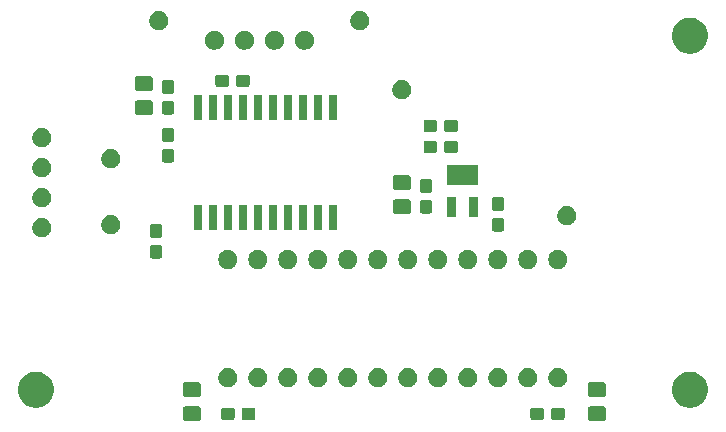
<source format=gbr>
G04 #@! TF.GenerationSoftware,KiCad,Pcbnew,(5.1.4)-1*
G04 #@! TF.CreationDate,2019-10-15T19:11:32-05:00*
G04 #@! TF.ProjectId,CCDBoard_Hardware,43434442-6f61-4726-945f-486172647761,rev?*
G04 #@! TF.SameCoordinates,Original*
G04 #@! TF.FileFunction,Soldermask,Top*
G04 #@! TF.FilePolarity,Negative*
%FSLAX46Y46*%
G04 Gerber Fmt 4.6, Leading zero omitted, Abs format (unit mm)*
G04 Created by KiCad (PCBNEW (5.1.4)-1) date 2019-10-15 19:11:32*
%MOMM*%
%LPD*%
G04 APERTURE LIST*
%ADD10C,0.100000*%
G04 APERTURE END LIST*
D10*
G36*
X153750674Y-111646465D02*
G01*
X153788367Y-111657899D01*
X153823103Y-111676466D01*
X153853548Y-111701452D01*
X153878534Y-111731897D01*
X153897101Y-111766633D01*
X153908535Y-111804326D01*
X153913000Y-111849661D01*
X153913000Y-112686339D01*
X153908535Y-112731674D01*
X153897101Y-112769367D01*
X153878534Y-112804103D01*
X153853548Y-112834548D01*
X153823103Y-112859534D01*
X153788367Y-112878101D01*
X153750674Y-112889535D01*
X153705339Y-112894000D01*
X152618661Y-112894000D01*
X152573326Y-112889535D01*
X152535633Y-112878101D01*
X152500897Y-112859534D01*
X152470452Y-112834548D01*
X152445466Y-112804103D01*
X152426899Y-112769367D01*
X152415465Y-112731674D01*
X152411000Y-112686339D01*
X152411000Y-111849661D01*
X152415465Y-111804326D01*
X152426899Y-111766633D01*
X152445466Y-111731897D01*
X152470452Y-111701452D01*
X152500897Y-111676466D01*
X152535633Y-111657899D01*
X152573326Y-111646465D01*
X152618661Y-111642000D01*
X153705339Y-111642000D01*
X153750674Y-111646465D01*
X153750674Y-111646465D01*
G37*
G36*
X119460674Y-111646465D02*
G01*
X119498367Y-111657899D01*
X119533103Y-111676466D01*
X119563548Y-111701452D01*
X119588534Y-111731897D01*
X119607101Y-111766633D01*
X119618535Y-111804326D01*
X119623000Y-111849661D01*
X119623000Y-112686339D01*
X119618535Y-112731674D01*
X119607101Y-112769367D01*
X119588534Y-112804103D01*
X119563548Y-112834548D01*
X119533103Y-112859534D01*
X119498367Y-112878101D01*
X119460674Y-112889535D01*
X119415339Y-112894000D01*
X118328661Y-112894000D01*
X118283326Y-112889535D01*
X118245633Y-112878101D01*
X118210897Y-112859534D01*
X118180452Y-112834548D01*
X118155466Y-112804103D01*
X118136899Y-112769367D01*
X118125465Y-112731674D01*
X118121000Y-112686339D01*
X118121000Y-111849661D01*
X118125465Y-111804326D01*
X118136899Y-111766633D01*
X118155466Y-111731897D01*
X118180452Y-111701452D01*
X118210897Y-111676466D01*
X118245633Y-111657899D01*
X118283326Y-111646465D01*
X118328661Y-111642000D01*
X119415339Y-111642000D01*
X119460674Y-111646465D01*
X119460674Y-111646465D01*
G37*
G36*
X122334499Y-111746445D02*
G01*
X122371995Y-111757820D01*
X122406554Y-111776292D01*
X122436847Y-111801153D01*
X122461708Y-111831446D01*
X122480180Y-111866005D01*
X122491555Y-111903501D01*
X122496000Y-111948638D01*
X122496000Y-112587362D01*
X122491555Y-112632499D01*
X122480180Y-112669995D01*
X122461708Y-112704554D01*
X122436847Y-112734847D01*
X122406554Y-112759708D01*
X122371995Y-112778180D01*
X122334499Y-112789555D01*
X122289362Y-112794000D01*
X121550638Y-112794000D01*
X121505501Y-112789555D01*
X121468005Y-112778180D01*
X121433446Y-112759708D01*
X121403153Y-112734847D01*
X121378292Y-112704554D01*
X121359820Y-112669995D01*
X121348445Y-112632499D01*
X121344000Y-112587362D01*
X121344000Y-111948638D01*
X121348445Y-111903501D01*
X121359820Y-111866005D01*
X121378292Y-111831446D01*
X121403153Y-111801153D01*
X121433446Y-111776292D01*
X121468005Y-111757820D01*
X121505501Y-111746445D01*
X121550638Y-111742000D01*
X122289362Y-111742000D01*
X122334499Y-111746445D01*
X122334499Y-111746445D01*
G37*
G36*
X124084499Y-111746445D02*
G01*
X124121995Y-111757820D01*
X124156554Y-111776292D01*
X124186847Y-111801153D01*
X124211708Y-111831446D01*
X124230180Y-111866005D01*
X124241555Y-111903501D01*
X124246000Y-111948638D01*
X124246000Y-112587362D01*
X124241555Y-112632499D01*
X124230180Y-112669995D01*
X124211708Y-112704554D01*
X124186847Y-112734847D01*
X124156554Y-112759708D01*
X124121995Y-112778180D01*
X124084499Y-112789555D01*
X124039362Y-112794000D01*
X123300638Y-112794000D01*
X123255501Y-112789555D01*
X123218005Y-112778180D01*
X123183446Y-112759708D01*
X123153153Y-112734847D01*
X123128292Y-112704554D01*
X123109820Y-112669995D01*
X123098445Y-112632499D01*
X123094000Y-112587362D01*
X123094000Y-111948638D01*
X123098445Y-111903501D01*
X123109820Y-111866005D01*
X123128292Y-111831446D01*
X123153153Y-111801153D01*
X123183446Y-111776292D01*
X123218005Y-111757820D01*
X123255501Y-111746445D01*
X123300638Y-111742000D01*
X124039362Y-111742000D01*
X124084499Y-111746445D01*
X124084499Y-111746445D01*
G37*
G36*
X150274499Y-111746445D02*
G01*
X150311995Y-111757820D01*
X150346554Y-111776292D01*
X150376847Y-111801153D01*
X150401708Y-111831446D01*
X150420180Y-111866005D01*
X150431555Y-111903501D01*
X150436000Y-111948638D01*
X150436000Y-112587362D01*
X150431555Y-112632499D01*
X150420180Y-112669995D01*
X150401708Y-112704554D01*
X150376847Y-112734847D01*
X150346554Y-112759708D01*
X150311995Y-112778180D01*
X150274499Y-112789555D01*
X150229362Y-112794000D01*
X149490638Y-112794000D01*
X149445501Y-112789555D01*
X149408005Y-112778180D01*
X149373446Y-112759708D01*
X149343153Y-112734847D01*
X149318292Y-112704554D01*
X149299820Y-112669995D01*
X149288445Y-112632499D01*
X149284000Y-112587362D01*
X149284000Y-111948638D01*
X149288445Y-111903501D01*
X149299820Y-111866005D01*
X149318292Y-111831446D01*
X149343153Y-111801153D01*
X149373446Y-111776292D01*
X149408005Y-111757820D01*
X149445501Y-111746445D01*
X149490638Y-111742000D01*
X150229362Y-111742000D01*
X150274499Y-111746445D01*
X150274499Y-111746445D01*
G37*
G36*
X148524499Y-111746445D02*
G01*
X148561995Y-111757820D01*
X148596554Y-111776292D01*
X148626847Y-111801153D01*
X148651708Y-111831446D01*
X148670180Y-111866005D01*
X148681555Y-111903501D01*
X148686000Y-111948638D01*
X148686000Y-112587362D01*
X148681555Y-112632499D01*
X148670180Y-112669995D01*
X148651708Y-112704554D01*
X148626847Y-112734847D01*
X148596554Y-112759708D01*
X148561995Y-112778180D01*
X148524499Y-112789555D01*
X148479362Y-112794000D01*
X147740638Y-112794000D01*
X147695501Y-112789555D01*
X147658005Y-112778180D01*
X147623446Y-112759708D01*
X147593153Y-112734847D01*
X147568292Y-112704554D01*
X147549820Y-112669995D01*
X147538445Y-112632499D01*
X147534000Y-112587362D01*
X147534000Y-111948638D01*
X147538445Y-111903501D01*
X147549820Y-111866005D01*
X147568292Y-111831446D01*
X147593153Y-111801153D01*
X147623446Y-111776292D01*
X147658005Y-111757820D01*
X147695501Y-111746445D01*
X147740638Y-111742000D01*
X148479362Y-111742000D01*
X148524499Y-111746445D01*
X148524499Y-111746445D01*
G37*
G36*
X105961357Y-108741087D02*
G01*
X106108593Y-108770374D01*
X106385979Y-108885271D01*
X106532026Y-108982857D01*
X106635620Y-109052076D01*
X106847924Y-109264380D01*
X106903273Y-109347216D01*
X107014729Y-109514021D01*
X107129626Y-109791407D01*
X107188200Y-110085879D01*
X107188200Y-110386121D01*
X107129626Y-110680593D01*
X107014729Y-110957979D01*
X106847923Y-111207621D01*
X106635621Y-111419923D01*
X106385979Y-111586729D01*
X106108593Y-111701626D01*
X106007583Y-111721718D01*
X105814122Y-111760200D01*
X105513878Y-111760200D01*
X105320417Y-111721718D01*
X105219407Y-111701626D01*
X104942021Y-111586729D01*
X104692379Y-111419923D01*
X104480077Y-111207621D01*
X104313271Y-110957979D01*
X104198374Y-110680593D01*
X104139800Y-110386121D01*
X104139800Y-110085879D01*
X104198374Y-109791407D01*
X104313271Y-109514021D01*
X104424727Y-109347216D01*
X104480076Y-109264380D01*
X104692380Y-109052076D01*
X104795974Y-108982857D01*
X104942021Y-108885271D01*
X105219407Y-108770374D01*
X105366643Y-108741087D01*
X105513878Y-108711800D01*
X105814122Y-108711800D01*
X105961357Y-108741087D01*
X105961357Y-108741087D01*
G37*
G36*
X161333357Y-108741087D02*
G01*
X161480593Y-108770374D01*
X161757979Y-108885271D01*
X161904026Y-108982857D01*
X162007620Y-109052076D01*
X162219924Y-109264380D01*
X162275273Y-109347216D01*
X162386729Y-109514021D01*
X162501626Y-109791407D01*
X162560200Y-110085879D01*
X162560200Y-110386121D01*
X162501626Y-110680593D01*
X162386729Y-110957979D01*
X162219923Y-111207621D01*
X162007621Y-111419923D01*
X161757979Y-111586729D01*
X161480593Y-111701626D01*
X161379583Y-111721718D01*
X161186122Y-111760200D01*
X160885878Y-111760200D01*
X160692417Y-111721718D01*
X160591407Y-111701626D01*
X160314021Y-111586729D01*
X160064379Y-111419923D01*
X159852077Y-111207621D01*
X159685271Y-110957979D01*
X159570374Y-110680593D01*
X159511800Y-110386121D01*
X159511800Y-110085879D01*
X159570374Y-109791407D01*
X159685271Y-109514021D01*
X159796727Y-109347216D01*
X159852076Y-109264380D01*
X160064380Y-109052076D01*
X160167974Y-108982857D01*
X160314021Y-108885271D01*
X160591407Y-108770374D01*
X160738643Y-108741087D01*
X160885878Y-108711800D01*
X161186122Y-108711800D01*
X161333357Y-108741087D01*
X161333357Y-108741087D01*
G37*
G36*
X119460674Y-109596465D02*
G01*
X119498367Y-109607899D01*
X119533103Y-109626466D01*
X119563548Y-109651452D01*
X119588534Y-109681897D01*
X119607101Y-109716633D01*
X119618535Y-109754326D01*
X119623000Y-109799661D01*
X119623000Y-110636339D01*
X119618535Y-110681674D01*
X119607101Y-110719367D01*
X119588534Y-110754103D01*
X119563548Y-110784548D01*
X119533103Y-110809534D01*
X119498367Y-110828101D01*
X119460674Y-110839535D01*
X119415339Y-110844000D01*
X118328661Y-110844000D01*
X118283326Y-110839535D01*
X118245633Y-110828101D01*
X118210897Y-110809534D01*
X118180452Y-110784548D01*
X118155466Y-110754103D01*
X118136899Y-110719367D01*
X118125465Y-110681674D01*
X118121000Y-110636339D01*
X118121000Y-109799661D01*
X118125465Y-109754326D01*
X118136899Y-109716633D01*
X118155466Y-109681897D01*
X118180452Y-109651452D01*
X118210897Y-109626466D01*
X118245633Y-109607899D01*
X118283326Y-109596465D01*
X118328661Y-109592000D01*
X119415339Y-109592000D01*
X119460674Y-109596465D01*
X119460674Y-109596465D01*
G37*
G36*
X153750674Y-109596465D02*
G01*
X153788367Y-109607899D01*
X153823103Y-109626466D01*
X153853548Y-109651452D01*
X153878534Y-109681897D01*
X153897101Y-109716633D01*
X153908535Y-109754326D01*
X153913000Y-109799661D01*
X153913000Y-110636339D01*
X153908535Y-110681674D01*
X153897101Y-110719367D01*
X153878534Y-110754103D01*
X153853548Y-110784548D01*
X153823103Y-110809534D01*
X153788367Y-110828101D01*
X153750674Y-110839535D01*
X153705339Y-110844000D01*
X152618661Y-110844000D01*
X152573326Y-110839535D01*
X152535633Y-110828101D01*
X152500897Y-110809534D01*
X152470452Y-110784548D01*
X152445466Y-110754103D01*
X152426899Y-110719367D01*
X152415465Y-110681674D01*
X152411000Y-110636339D01*
X152411000Y-109799661D01*
X152415465Y-109754326D01*
X152426899Y-109716633D01*
X152445466Y-109681897D01*
X152470452Y-109651452D01*
X152500897Y-109626466D01*
X152535633Y-109607899D01*
X152573326Y-109596465D01*
X152618661Y-109592000D01*
X153705339Y-109592000D01*
X153750674Y-109596465D01*
X153750674Y-109596465D01*
G37*
G36*
X122157142Y-108438242D02*
G01*
X122305101Y-108499529D01*
X122438255Y-108588499D01*
X122551501Y-108701745D01*
X122640471Y-108834899D01*
X122701758Y-108982858D01*
X122733000Y-109139925D01*
X122733000Y-109300075D01*
X122701758Y-109457142D01*
X122640471Y-109605101D01*
X122551501Y-109738255D01*
X122438255Y-109851501D01*
X122305101Y-109940471D01*
X122157142Y-110001758D01*
X122000075Y-110033000D01*
X121839925Y-110033000D01*
X121682858Y-110001758D01*
X121534899Y-109940471D01*
X121401745Y-109851501D01*
X121288499Y-109738255D01*
X121199529Y-109605101D01*
X121138242Y-109457142D01*
X121107000Y-109300075D01*
X121107000Y-109139925D01*
X121138242Y-108982858D01*
X121199529Y-108834899D01*
X121288499Y-108701745D01*
X121401745Y-108588499D01*
X121534899Y-108499529D01*
X121682858Y-108438242D01*
X121839925Y-108407000D01*
X122000075Y-108407000D01*
X122157142Y-108438242D01*
X122157142Y-108438242D01*
G37*
G36*
X139937142Y-108438242D02*
G01*
X140085101Y-108499529D01*
X140218255Y-108588499D01*
X140331501Y-108701745D01*
X140420471Y-108834899D01*
X140481758Y-108982858D01*
X140513000Y-109139925D01*
X140513000Y-109300075D01*
X140481758Y-109457142D01*
X140420471Y-109605101D01*
X140331501Y-109738255D01*
X140218255Y-109851501D01*
X140085101Y-109940471D01*
X139937142Y-110001758D01*
X139780075Y-110033000D01*
X139619925Y-110033000D01*
X139462858Y-110001758D01*
X139314899Y-109940471D01*
X139181745Y-109851501D01*
X139068499Y-109738255D01*
X138979529Y-109605101D01*
X138918242Y-109457142D01*
X138887000Y-109300075D01*
X138887000Y-109139925D01*
X138918242Y-108982858D01*
X138979529Y-108834899D01*
X139068499Y-108701745D01*
X139181745Y-108588499D01*
X139314899Y-108499529D01*
X139462858Y-108438242D01*
X139619925Y-108407000D01*
X139780075Y-108407000D01*
X139937142Y-108438242D01*
X139937142Y-108438242D01*
G37*
G36*
X137397142Y-108438242D02*
G01*
X137545101Y-108499529D01*
X137678255Y-108588499D01*
X137791501Y-108701745D01*
X137880471Y-108834899D01*
X137941758Y-108982858D01*
X137973000Y-109139925D01*
X137973000Y-109300075D01*
X137941758Y-109457142D01*
X137880471Y-109605101D01*
X137791501Y-109738255D01*
X137678255Y-109851501D01*
X137545101Y-109940471D01*
X137397142Y-110001758D01*
X137240075Y-110033000D01*
X137079925Y-110033000D01*
X136922858Y-110001758D01*
X136774899Y-109940471D01*
X136641745Y-109851501D01*
X136528499Y-109738255D01*
X136439529Y-109605101D01*
X136378242Y-109457142D01*
X136347000Y-109300075D01*
X136347000Y-109139925D01*
X136378242Y-108982858D01*
X136439529Y-108834899D01*
X136528499Y-108701745D01*
X136641745Y-108588499D01*
X136774899Y-108499529D01*
X136922858Y-108438242D01*
X137079925Y-108407000D01*
X137240075Y-108407000D01*
X137397142Y-108438242D01*
X137397142Y-108438242D01*
G37*
G36*
X150097142Y-108438242D02*
G01*
X150245101Y-108499529D01*
X150378255Y-108588499D01*
X150491501Y-108701745D01*
X150580471Y-108834899D01*
X150641758Y-108982858D01*
X150673000Y-109139925D01*
X150673000Y-109300075D01*
X150641758Y-109457142D01*
X150580471Y-109605101D01*
X150491501Y-109738255D01*
X150378255Y-109851501D01*
X150245101Y-109940471D01*
X150097142Y-110001758D01*
X149940075Y-110033000D01*
X149779925Y-110033000D01*
X149622858Y-110001758D01*
X149474899Y-109940471D01*
X149341745Y-109851501D01*
X149228499Y-109738255D01*
X149139529Y-109605101D01*
X149078242Y-109457142D01*
X149047000Y-109300075D01*
X149047000Y-109139925D01*
X149078242Y-108982858D01*
X149139529Y-108834899D01*
X149228499Y-108701745D01*
X149341745Y-108588499D01*
X149474899Y-108499529D01*
X149622858Y-108438242D01*
X149779925Y-108407000D01*
X149940075Y-108407000D01*
X150097142Y-108438242D01*
X150097142Y-108438242D01*
G37*
G36*
X134857142Y-108438242D02*
G01*
X135005101Y-108499529D01*
X135138255Y-108588499D01*
X135251501Y-108701745D01*
X135340471Y-108834899D01*
X135401758Y-108982858D01*
X135433000Y-109139925D01*
X135433000Y-109300075D01*
X135401758Y-109457142D01*
X135340471Y-109605101D01*
X135251501Y-109738255D01*
X135138255Y-109851501D01*
X135005101Y-109940471D01*
X134857142Y-110001758D01*
X134700075Y-110033000D01*
X134539925Y-110033000D01*
X134382858Y-110001758D01*
X134234899Y-109940471D01*
X134101745Y-109851501D01*
X133988499Y-109738255D01*
X133899529Y-109605101D01*
X133838242Y-109457142D01*
X133807000Y-109300075D01*
X133807000Y-109139925D01*
X133838242Y-108982858D01*
X133899529Y-108834899D01*
X133988499Y-108701745D01*
X134101745Y-108588499D01*
X134234899Y-108499529D01*
X134382858Y-108438242D01*
X134539925Y-108407000D01*
X134700075Y-108407000D01*
X134857142Y-108438242D01*
X134857142Y-108438242D01*
G37*
G36*
X129777142Y-108438242D02*
G01*
X129925101Y-108499529D01*
X130058255Y-108588499D01*
X130171501Y-108701745D01*
X130260471Y-108834899D01*
X130321758Y-108982858D01*
X130353000Y-109139925D01*
X130353000Y-109300075D01*
X130321758Y-109457142D01*
X130260471Y-109605101D01*
X130171501Y-109738255D01*
X130058255Y-109851501D01*
X129925101Y-109940471D01*
X129777142Y-110001758D01*
X129620075Y-110033000D01*
X129459925Y-110033000D01*
X129302858Y-110001758D01*
X129154899Y-109940471D01*
X129021745Y-109851501D01*
X128908499Y-109738255D01*
X128819529Y-109605101D01*
X128758242Y-109457142D01*
X128727000Y-109300075D01*
X128727000Y-109139925D01*
X128758242Y-108982858D01*
X128819529Y-108834899D01*
X128908499Y-108701745D01*
X129021745Y-108588499D01*
X129154899Y-108499529D01*
X129302858Y-108438242D01*
X129459925Y-108407000D01*
X129620075Y-108407000D01*
X129777142Y-108438242D01*
X129777142Y-108438242D01*
G37*
G36*
X127237142Y-108438242D02*
G01*
X127385101Y-108499529D01*
X127518255Y-108588499D01*
X127631501Y-108701745D01*
X127720471Y-108834899D01*
X127781758Y-108982858D01*
X127813000Y-109139925D01*
X127813000Y-109300075D01*
X127781758Y-109457142D01*
X127720471Y-109605101D01*
X127631501Y-109738255D01*
X127518255Y-109851501D01*
X127385101Y-109940471D01*
X127237142Y-110001758D01*
X127080075Y-110033000D01*
X126919925Y-110033000D01*
X126762858Y-110001758D01*
X126614899Y-109940471D01*
X126481745Y-109851501D01*
X126368499Y-109738255D01*
X126279529Y-109605101D01*
X126218242Y-109457142D01*
X126187000Y-109300075D01*
X126187000Y-109139925D01*
X126218242Y-108982858D01*
X126279529Y-108834899D01*
X126368499Y-108701745D01*
X126481745Y-108588499D01*
X126614899Y-108499529D01*
X126762858Y-108438242D01*
X126919925Y-108407000D01*
X127080075Y-108407000D01*
X127237142Y-108438242D01*
X127237142Y-108438242D01*
G37*
G36*
X124697142Y-108438242D02*
G01*
X124845101Y-108499529D01*
X124978255Y-108588499D01*
X125091501Y-108701745D01*
X125180471Y-108834899D01*
X125241758Y-108982858D01*
X125273000Y-109139925D01*
X125273000Y-109300075D01*
X125241758Y-109457142D01*
X125180471Y-109605101D01*
X125091501Y-109738255D01*
X124978255Y-109851501D01*
X124845101Y-109940471D01*
X124697142Y-110001758D01*
X124540075Y-110033000D01*
X124379925Y-110033000D01*
X124222858Y-110001758D01*
X124074899Y-109940471D01*
X123941745Y-109851501D01*
X123828499Y-109738255D01*
X123739529Y-109605101D01*
X123678242Y-109457142D01*
X123647000Y-109300075D01*
X123647000Y-109139925D01*
X123678242Y-108982858D01*
X123739529Y-108834899D01*
X123828499Y-108701745D01*
X123941745Y-108588499D01*
X124074899Y-108499529D01*
X124222858Y-108438242D01*
X124379925Y-108407000D01*
X124540075Y-108407000D01*
X124697142Y-108438242D01*
X124697142Y-108438242D01*
G37*
G36*
X142477142Y-108438242D02*
G01*
X142625101Y-108499529D01*
X142758255Y-108588499D01*
X142871501Y-108701745D01*
X142960471Y-108834899D01*
X143021758Y-108982858D01*
X143053000Y-109139925D01*
X143053000Y-109300075D01*
X143021758Y-109457142D01*
X142960471Y-109605101D01*
X142871501Y-109738255D01*
X142758255Y-109851501D01*
X142625101Y-109940471D01*
X142477142Y-110001758D01*
X142320075Y-110033000D01*
X142159925Y-110033000D01*
X142002858Y-110001758D01*
X141854899Y-109940471D01*
X141721745Y-109851501D01*
X141608499Y-109738255D01*
X141519529Y-109605101D01*
X141458242Y-109457142D01*
X141427000Y-109300075D01*
X141427000Y-109139925D01*
X141458242Y-108982858D01*
X141519529Y-108834899D01*
X141608499Y-108701745D01*
X141721745Y-108588499D01*
X141854899Y-108499529D01*
X142002858Y-108438242D01*
X142159925Y-108407000D01*
X142320075Y-108407000D01*
X142477142Y-108438242D01*
X142477142Y-108438242D01*
G37*
G36*
X145017142Y-108438242D02*
G01*
X145165101Y-108499529D01*
X145298255Y-108588499D01*
X145411501Y-108701745D01*
X145500471Y-108834899D01*
X145561758Y-108982858D01*
X145593000Y-109139925D01*
X145593000Y-109300075D01*
X145561758Y-109457142D01*
X145500471Y-109605101D01*
X145411501Y-109738255D01*
X145298255Y-109851501D01*
X145165101Y-109940471D01*
X145017142Y-110001758D01*
X144860075Y-110033000D01*
X144699925Y-110033000D01*
X144542858Y-110001758D01*
X144394899Y-109940471D01*
X144261745Y-109851501D01*
X144148499Y-109738255D01*
X144059529Y-109605101D01*
X143998242Y-109457142D01*
X143967000Y-109300075D01*
X143967000Y-109139925D01*
X143998242Y-108982858D01*
X144059529Y-108834899D01*
X144148499Y-108701745D01*
X144261745Y-108588499D01*
X144394899Y-108499529D01*
X144542858Y-108438242D01*
X144699925Y-108407000D01*
X144860075Y-108407000D01*
X145017142Y-108438242D01*
X145017142Y-108438242D01*
G37*
G36*
X147557142Y-108438242D02*
G01*
X147705101Y-108499529D01*
X147838255Y-108588499D01*
X147951501Y-108701745D01*
X148040471Y-108834899D01*
X148101758Y-108982858D01*
X148133000Y-109139925D01*
X148133000Y-109300075D01*
X148101758Y-109457142D01*
X148040471Y-109605101D01*
X147951501Y-109738255D01*
X147838255Y-109851501D01*
X147705101Y-109940471D01*
X147557142Y-110001758D01*
X147400075Y-110033000D01*
X147239925Y-110033000D01*
X147082858Y-110001758D01*
X146934899Y-109940471D01*
X146801745Y-109851501D01*
X146688499Y-109738255D01*
X146599529Y-109605101D01*
X146538242Y-109457142D01*
X146507000Y-109300075D01*
X146507000Y-109139925D01*
X146538242Y-108982858D01*
X146599529Y-108834899D01*
X146688499Y-108701745D01*
X146801745Y-108588499D01*
X146934899Y-108499529D01*
X147082858Y-108438242D01*
X147239925Y-108407000D01*
X147400075Y-108407000D01*
X147557142Y-108438242D01*
X147557142Y-108438242D01*
G37*
G36*
X132317142Y-108438242D02*
G01*
X132465101Y-108499529D01*
X132598255Y-108588499D01*
X132711501Y-108701745D01*
X132800471Y-108834899D01*
X132861758Y-108982858D01*
X132893000Y-109139925D01*
X132893000Y-109300075D01*
X132861758Y-109457142D01*
X132800471Y-109605101D01*
X132711501Y-109738255D01*
X132598255Y-109851501D01*
X132465101Y-109940471D01*
X132317142Y-110001758D01*
X132160075Y-110033000D01*
X131999925Y-110033000D01*
X131842858Y-110001758D01*
X131694899Y-109940471D01*
X131561745Y-109851501D01*
X131448499Y-109738255D01*
X131359529Y-109605101D01*
X131298242Y-109457142D01*
X131267000Y-109300075D01*
X131267000Y-109139925D01*
X131298242Y-108982858D01*
X131359529Y-108834899D01*
X131448499Y-108701745D01*
X131561745Y-108588499D01*
X131694899Y-108499529D01*
X131842858Y-108438242D01*
X131999925Y-108407000D01*
X132160075Y-108407000D01*
X132317142Y-108438242D01*
X132317142Y-108438242D01*
G37*
G36*
X132317142Y-98428242D02*
G01*
X132465101Y-98489529D01*
X132598255Y-98578499D01*
X132711501Y-98691745D01*
X132800471Y-98824899D01*
X132861758Y-98972858D01*
X132893000Y-99129925D01*
X132893000Y-99290075D01*
X132861758Y-99447142D01*
X132800471Y-99595101D01*
X132711501Y-99728255D01*
X132598255Y-99841501D01*
X132465101Y-99930471D01*
X132317142Y-99991758D01*
X132160075Y-100023000D01*
X131999925Y-100023000D01*
X131842858Y-99991758D01*
X131694899Y-99930471D01*
X131561745Y-99841501D01*
X131448499Y-99728255D01*
X131359529Y-99595101D01*
X131298242Y-99447142D01*
X131267000Y-99290075D01*
X131267000Y-99129925D01*
X131298242Y-98972858D01*
X131359529Y-98824899D01*
X131448499Y-98691745D01*
X131561745Y-98578499D01*
X131694899Y-98489529D01*
X131842858Y-98428242D01*
X131999925Y-98397000D01*
X132160075Y-98397000D01*
X132317142Y-98428242D01*
X132317142Y-98428242D01*
G37*
G36*
X122157142Y-98428242D02*
G01*
X122305101Y-98489529D01*
X122438255Y-98578499D01*
X122551501Y-98691745D01*
X122640471Y-98824899D01*
X122701758Y-98972858D01*
X122733000Y-99129925D01*
X122733000Y-99290075D01*
X122701758Y-99447142D01*
X122640471Y-99595101D01*
X122551501Y-99728255D01*
X122438255Y-99841501D01*
X122305101Y-99930471D01*
X122157142Y-99991758D01*
X122000075Y-100023000D01*
X121839925Y-100023000D01*
X121682858Y-99991758D01*
X121534899Y-99930471D01*
X121401745Y-99841501D01*
X121288499Y-99728255D01*
X121199529Y-99595101D01*
X121138242Y-99447142D01*
X121107000Y-99290075D01*
X121107000Y-99129925D01*
X121138242Y-98972858D01*
X121199529Y-98824899D01*
X121288499Y-98691745D01*
X121401745Y-98578499D01*
X121534899Y-98489529D01*
X121682858Y-98428242D01*
X121839925Y-98397000D01*
X122000075Y-98397000D01*
X122157142Y-98428242D01*
X122157142Y-98428242D01*
G37*
G36*
X124697142Y-98428242D02*
G01*
X124845101Y-98489529D01*
X124978255Y-98578499D01*
X125091501Y-98691745D01*
X125180471Y-98824899D01*
X125241758Y-98972858D01*
X125273000Y-99129925D01*
X125273000Y-99290075D01*
X125241758Y-99447142D01*
X125180471Y-99595101D01*
X125091501Y-99728255D01*
X124978255Y-99841501D01*
X124845101Y-99930471D01*
X124697142Y-99991758D01*
X124540075Y-100023000D01*
X124379925Y-100023000D01*
X124222858Y-99991758D01*
X124074899Y-99930471D01*
X123941745Y-99841501D01*
X123828499Y-99728255D01*
X123739529Y-99595101D01*
X123678242Y-99447142D01*
X123647000Y-99290075D01*
X123647000Y-99129925D01*
X123678242Y-98972858D01*
X123739529Y-98824899D01*
X123828499Y-98691745D01*
X123941745Y-98578499D01*
X124074899Y-98489529D01*
X124222858Y-98428242D01*
X124379925Y-98397000D01*
X124540075Y-98397000D01*
X124697142Y-98428242D01*
X124697142Y-98428242D01*
G37*
G36*
X127237142Y-98428242D02*
G01*
X127385101Y-98489529D01*
X127518255Y-98578499D01*
X127631501Y-98691745D01*
X127720471Y-98824899D01*
X127781758Y-98972858D01*
X127813000Y-99129925D01*
X127813000Y-99290075D01*
X127781758Y-99447142D01*
X127720471Y-99595101D01*
X127631501Y-99728255D01*
X127518255Y-99841501D01*
X127385101Y-99930471D01*
X127237142Y-99991758D01*
X127080075Y-100023000D01*
X126919925Y-100023000D01*
X126762858Y-99991758D01*
X126614899Y-99930471D01*
X126481745Y-99841501D01*
X126368499Y-99728255D01*
X126279529Y-99595101D01*
X126218242Y-99447142D01*
X126187000Y-99290075D01*
X126187000Y-99129925D01*
X126218242Y-98972858D01*
X126279529Y-98824899D01*
X126368499Y-98691745D01*
X126481745Y-98578499D01*
X126614899Y-98489529D01*
X126762858Y-98428242D01*
X126919925Y-98397000D01*
X127080075Y-98397000D01*
X127237142Y-98428242D01*
X127237142Y-98428242D01*
G37*
G36*
X129777142Y-98428242D02*
G01*
X129925101Y-98489529D01*
X130058255Y-98578499D01*
X130171501Y-98691745D01*
X130260471Y-98824899D01*
X130321758Y-98972858D01*
X130353000Y-99129925D01*
X130353000Y-99290075D01*
X130321758Y-99447142D01*
X130260471Y-99595101D01*
X130171501Y-99728255D01*
X130058255Y-99841501D01*
X129925101Y-99930471D01*
X129777142Y-99991758D01*
X129620075Y-100023000D01*
X129459925Y-100023000D01*
X129302858Y-99991758D01*
X129154899Y-99930471D01*
X129021745Y-99841501D01*
X128908499Y-99728255D01*
X128819529Y-99595101D01*
X128758242Y-99447142D01*
X128727000Y-99290075D01*
X128727000Y-99129925D01*
X128758242Y-98972858D01*
X128819529Y-98824899D01*
X128908499Y-98691745D01*
X129021745Y-98578499D01*
X129154899Y-98489529D01*
X129302858Y-98428242D01*
X129459925Y-98397000D01*
X129620075Y-98397000D01*
X129777142Y-98428242D01*
X129777142Y-98428242D01*
G37*
G36*
X134857142Y-98428242D02*
G01*
X135005101Y-98489529D01*
X135138255Y-98578499D01*
X135251501Y-98691745D01*
X135340471Y-98824899D01*
X135401758Y-98972858D01*
X135433000Y-99129925D01*
X135433000Y-99290075D01*
X135401758Y-99447142D01*
X135340471Y-99595101D01*
X135251501Y-99728255D01*
X135138255Y-99841501D01*
X135005101Y-99930471D01*
X134857142Y-99991758D01*
X134700075Y-100023000D01*
X134539925Y-100023000D01*
X134382858Y-99991758D01*
X134234899Y-99930471D01*
X134101745Y-99841501D01*
X133988499Y-99728255D01*
X133899529Y-99595101D01*
X133838242Y-99447142D01*
X133807000Y-99290075D01*
X133807000Y-99129925D01*
X133838242Y-98972858D01*
X133899529Y-98824899D01*
X133988499Y-98691745D01*
X134101745Y-98578499D01*
X134234899Y-98489529D01*
X134382858Y-98428242D01*
X134539925Y-98397000D01*
X134700075Y-98397000D01*
X134857142Y-98428242D01*
X134857142Y-98428242D01*
G37*
G36*
X137397142Y-98428242D02*
G01*
X137545101Y-98489529D01*
X137678255Y-98578499D01*
X137791501Y-98691745D01*
X137880471Y-98824899D01*
X137941758Y-98972858D01*
X137973000Y-99129925D01*
X137973000Y-99290075D01*
X137941758Y-99447142D01*
X137880471Y-99595101D01*
X137791501Y-99728255D01*
X137678255Y-99841501D01*
X137545101Y-99930471D01*
X137397142Y-99991758D01*
X137240075Y-100023000D01*
X137079925Y-100023000D01*
X136922858Y-99991758D01*
X136774899Y-99930471D01*
X136641745Y-99841501D01*
X136528499Y-99728255D01*
X136439529Y-99595101D01*
X136378242Y-99447142D01*
X136347000Y-99290075D01*
X136347000Y-99129925D01*
X136378242Y-98972858D01*
X136439529Y-98824899D01*
X136528499Y-98691745D01*
X136641745Y-98578499D01*
X136774899Y-98489529D01*
X136922858Y-98428242D01*
X137079925Y-98397000D01*
X137240075Y-98397000D01*
X137397142Y-98428242D01*
X137397142Y-98428242D01*
G37*
G36*
X139937142Y-98428242D02*
G01*
X140085101Y-98489529D01*
X140218255Y-98578499D01*
X140331501Y-98691745D01*
X140420471Y-98824899D01*
X140481758Y-98972858D01*
X140513000Y-99129925D01*
X140513000Y-99290075D01*
X140481758Y-99447142D01*
X140420471Y-99595101D01*
X140331501Y-99728255D01*
X140218255Y-99841501D01*
X140085101Y-99930471D01*
X139937142Y-99991758D01*
X139780075Y-100023000D01*
X139619925Y-100023000D01*
X139462858Y-99991758D01*
X139314899Y-99930471D01*
X139181745Y-99841501D01*
X139068499Y-99728255D01*
X138979529Y-99595101D01*
X138918242Y-99447142D01*
X138887000Y-99290075D01*
X138887000Y-99129925D01*
X138918242Y-98972858D01*
X138979529Y-98824899D01*
X139068499Y-98691745D01*
X139181745Y-98578499D01*
X139314899Y-98489529D01*
X139462858Y-98428242D01*
X139619925Y-98397000D01*
X139780075Y-98397000D01*
X139937142Y-98428242D01*
X139937142Y-98428242D01*
G37*
G36*
X142477142Y-98428242D02*
G01*
X142625101Y-98489529D01*
X142758255Y-98578499D01*
X142871501Y-98691745D01*
X142960471Y-98824899D01*
X143021758Y-98972858D01*
X143053000Y-99129925D01*
X143053000Y-99290075D01*
X143021758Y-99447142D01*
X142960471Y-99595101D01*
X142871501Y-99728255D01*
X142758255Y-99841501D01*
X142625101Y-99930471D01*
X142477142Y-99991758D01*
X142320075Y-100023000D01*
X142159925Y-100023000D01*
X142002858Y-99991758D01*
X141854899Y-99930471D01*
X141721745Y-99841501D01*
X141608499Y-99728255D01*
X141519529Y-99595101D01*
X141458242Y-99447142D01*
X141427000Y-99290075D01*
X141427000Y-99129925D01*
X141458242Y-98972858D01*
X141519529Y-98824899D01*
X141608499Y-98691745D01*
X141721745Y-98578499D01*
X141854899Y-98489529D01*
X142002858Y-98428242D01*
X142159925Y-98397000D01*
X142320075Y-98397000D01*
X142477142Y-98428242D01*
X142477142Y-98428242D01*
G37*
G36*
X145017142Y-98428242D02*
G01*
X145165101Y-98489529D01*
X145298255Y-98578499D01*
X145411501Y-98691745D01*
X145500471Y-98824899D01*
X145561758Y-98972858D01*
X145593000Y-99129925D01*
X145593000Y-99290075D01*
X145561758Y-99447142D01*
X145500471Y-99595101D01*
X145411501Y-99728255D01*
X145298255Y-99841501D01*
X145165101Y-99930471D01*
X145017142Y-99991758D01*
X144860075Y-100023000D01*
X144699925Y-100023000D01*
X144542858Y-99991758D01*
X144394899Y-99930471D01*
X144261745Y-99841501D01*
X144148499Y-99728255D01*
X144059529Y-99595101D01*
X143998242Y-99447142D01*
X143967000Y-99290075D01*
X143967000Y-99129925D01*
X143998242Y-98972858D01*
X144059529Y-98824899D01*
X144148499Y-98691745D01*
X144261745Y-98578499D01*
X144394899Y-98489529D01*
X144542858Y-98428242D01*
X144699925Y-98397000D01*
X144860075Y-98397000D01*
X145017142Y-98428242D01*
X145017142Y-98428242D01*
G37*
G36*
X147557142Y-98428242D02*
G01*
X147705101Y-98489529D01*
X147838255Y-98578499D01*
X147951501Y-98691745D01*
X148040471Y-98824899D01*
X148101758Y-98972858D01*
X148133000Y-99129925D01*
X148133000Y-99290075D01*
X148101758Y-99447142D01*
X148040471Y-99595101D01*
X147951501Y-99728255D01*
X147838255Y-99841501D01*
X147705101Y-99930471D01*
X147557142Y-99991758D01*
X147400075Y-100023000D01*
X147239925Y-100023000D01*
X147082858Y-99991758D01*
X146934899Y-99930471D01*
X146801745Y-99841501D01*
X146688499Y-99728255D01*
X146599529Y-99595101D01*
X146538242Y-99447142D01*
X146507000Y-99290075D01*
X146507000Y-99129925D01*
X146538242Y-98972858D01*
X146599529Y-98824899D01*
X146688499Y-98691745D01*
X146801745Y-98578499D01*
X146934899Y-98489529D01*
X147082858Y-98428242D01*
X147239925Y-98397000D01*
X147400075Y-98397000D01*
X147557142Y-98428242D01*
X147557142Y-98428242D01*
G37*
G36*
X150097142Y-98428242D02*
G01*
X150245101Y-98489529D01*
X150378255Y-98578499D01*
X150491501Y-98691745D01*
X150580471Y-98824899D01*
X150641758Y-98972858D01*
X150673000Y-99129925D01*
X150673000Y-99290075D01*
X150641758Y-99447142D01*
X150580471Y-99595101D01*
X150491501Y-99728255D01*
X150378255Y-99841501D01*
X150245101Y-99930471D01*
X150097142Y-99991758D01*
X149940075Y-100023000D01*
X149779925Y-100023000D01*
X149622858Y-99991758D01*
X149474899Y-99930471D01*
X149341745Y-99841501D01*
X149228499Y-99728255D01*
X149139529Y-99595101D01*
X149078242Y-99447142D01*
X149047000Y-99290075D01*
X149047000Y-99129925D01*
X149078242Y-98972858D01*
X149139529Y-98824899D01*
X149228499Y-98691745D01*
X149341745Y-98578499D01*
X149474899Y-98489529D01*
X149622858Y-98428242D01*
X149779925Y-98397000D01*
X149940075Y-98397000D01*
X150097142Y-98428242D01*
X150097142Y-98428242D01*
G37*
G36*
X116188499Y-97980445D02*
G01*
X116225995Y-97991820D01*
X116260554Y-98010292D01*
X116290847Y-98035153D01*
X116315708Y-98065446D01*
X116334180Y-98100005D01*
X116345555Y-98137501D01*
X116350000Y-98182638D01*
X116350000Y-98921362D01*
X116345555Y-98966499D01*
X116334180Y-99003995D01*
X116315708Y-99038554D01*
X116290847Y-99068847D01*
X116260554Y-99093708D01*
X116225995Y-99112180D01*
X116188499Y-99123555D01*
X116143362Y-99128000D01*
X115504638Y-99128000D01*
X115459501Y-99123555D01*
X115422005Y-99112180D01*
X115387446Y-99093708D01*
X115357153Y-99068847D01*
X115332292Y-99038554D01*
X115313820Y-99003995D01*
X115302445Y-98966499D01*
X115298000Y-98921362D01*
X115298000Y-98182638D01*
X115302445Y-98137501D01*
X115313820Y-98100005D01*
X115332292Y-98065446D01*
X115357153Y-98035153D01*
X115387446Y-98010292D01*
X115422005Y-97991820D01*
X115459501Y-97980445D01*
X115504638Y-97976000D01*
X116143362Y-97976000D01*
X116188499Y-97980445D01*
X116188499Y-97980445D01*
G37*
G36*
X116188499Y-96230445D02*
G01*
X116225995Y-96241820D01*
X116260554Y-96260292D01*
X116290847Y-96285153D01*
X116315708Y-96315446D01*
X116334180Y-96350005D01*
X116345555Y-96387501D01*
X116350000Y-96432638D01*
X116350000Y-97171362D01*
X116345555Y-97216499D01*
X116334180Y-97253995D01*
X116315708Y-97288554D01*
X116290847Y-97318847D01*
X116260554Y-97343708D01*
X116225995Y-97362180D01*
X116188499Y-97373555D01*
X116143362Y-97378000D01*
X115504638Y-97378000D01*
X115459501Y-97373555D01*
X115422005Y-97362180D01*
X115387446Y-97343708D01*
X115357153Y-97318847D01*
X115332292Y-97288554D01*
X115313820Y-97253995D01*
X115302445Y-97216499D01*
X115298000Y-97171362D01*
X115298000Y-96432638D01*
X115302445Y-96387501D01*
X115313820Y-96350005D01*
X115332292Y-96315446D01*
X115357153Y-96285153D01*
X115387446Y-96260292D01*
X115422005Y-96241820D01*
X115459501Y-96230445D01*
X115504638Y-96226000D01*
X116143362Y-96226000D01*
X116188499Y-96230445D01*
X116188499Y-96230445D01*
G37*
G36*
X106409142Y-95738242D02*
G01*
X106557101Y-95799529D01*
X106690255Y-95888499D01*
X106803501Y-96001745D01*
X106892471Y-96134899D01*
X106953758Y-96282858D01*
X106985000Y-96439925D01*
X106985000Y-96600075D01*
X106953758Y-96757142D01*
X106892471Y-96905101D01*
X106803501Y-97038255D01*
X106690255Y-97151501D01*
X106557101Y-97240471D01*
X106409142Y-97301758D01*
X106252075Y-97333000D01*
X106091925Y-97333000D01*
X105934858Y-97301758D01*
X105786899Y-97240471D01*
X105653745Y-97151501D01*
X105540499Y-97038255D01*
X105451529Y-96905101D01*
X105390242Y-96757142D01*
X105359000Y-96600075D01*
X105359000Y-96439925D01*
X105390242Y-96282858D01*
X105451529Y-96134899D01*
X105540499Y-96001745D01*
X105653745Y-95888499D01*
X105786899Y-95799529D01*
X105934858Y-95738242D01*
X106091925Y-95707000D01*
X106252075Y-95707000D01*
X106409142Y-95738242D01*
X106409142Y-95738242D01*
G37*
G36*
X112251142Y-95484242D02*
G01*
X112399101Y-95545529D01*
X112532255Y-95634499D01*
X112645501Y-95747745D01*
X112734471Y-95880899D01*
X112795758Y-96028858D01*
X112827000Y-96185925D01*
X112827000Y-96346075D01*
X112795758Y-96503142D01*
X112734471Y-96651101D01*
X112645501Y-96784255D01*
X112532255Y-96897501D01*
X112399101Y-96986471D01*
X112251142Y-97047758D01*
X112094075Y-97079000D01*
X111933925Y-97079000D01*
X111776858Y-97047758D01*
X111628899Y-96986471D01*
X111495745Y-96897501D01*
X111382499Y-96784255D01*
X111293529Y-96651101D01*
X111232242Y-96503142D01*
X111201000Y-96346075D01*
X111201000Y-96185925D01*
X111232242Y-96028858D01*
X111293529Y-95880899D01*
X111382499Y-95747745D01*
X111495745Y-95634499D01*
X111628899Y-95545529D01*
X111776858Y-95484242D01*
X111933925Y-95453000D01*
X112094075Y-95453000D01*
X112251142Y-95484242D01*
X112251142Y-95484242D01*
G37*
G36*
X145144499Y-95694445D02*
G01*
X145181995Y-95705820D01*
X145216554Y-95724292D01*
X145246847Y-95749153D01*
X145271708Y-95779446D01*
X145290180Y-95814005D01*
X145301555Y-95851501D01*
X145306000Y-95896638D01*
X145306000Y-96635362D01*
X145301555Y-96680499D01*
X145290180Y-96717995D01*
X145271708Y-96752554D01*
X145246847Y-96782847D01*
X145216554Y-96807708D01*
X145181995Y-96826180D01*
X145144499Y-96837555D01*
X145099362Y-96842000D01*
X144460638Y-96842000D01*
X144415501Y-96837555D01*
X144378005Y-96826180D01*
X144343446Y-96807708D01*
X144313153Y-96782847D01*
X144288292Y-96752554D01*
X144269820Y-96717995D01*
X144258445Y-96680499D01*
X144254000Y-96635362D01*
X144254000Y-95896638D01*
X144258445Y-95851501D01*
X144269820Y-95814005D01*
X144288292Y-95779446D01*
X144313153Y-95749153D01*
X144343446Y-95724292D01*
X144378005Y-95705820D01*
X144415501Y-95694445D01*
X144460638Y-95690000D01*
X145099362Y-95690000D01*
X145144499Y-95694445D01*
X145144499Y-95694445D01*
G37*
G36*
X119639928Y-94586764D02*
G01*
X119661009Y-94593160D01*
X119680445Y-94603548D01*
X119697476Y-94617524D01*
X119711452Y-94634555D01*
X119721840Y-94653991D01*
X119728236Y-94675072D01*
X119731000Y-94703140D01*
X119731000Y-96616860D01*
X119728236Y-96644928D01*
X119721840Y-96666009D01*
X119711452Y-96685445D01*
X119697476Y-96702476D01*
X119680445Y-96716452D01*
X119661009Y-96726840D01*
X119639928Y-96733236D01*
X119611860Y-96736000D01*
X119148140Y-96736000D01*
X119120072Y-96733236D01*
X119098991Y-96726840D01*
X119079555Y-96716452D01*
X119062524Y-96702476D01*
X119048548Y-96685445D01*
X119038160Y-96666009D01*
X119031764Y-96644928D01*
X119029000Y-96616860D01*
X119029000Y-94703140D01*
X119031764Y-94675072D01*
X119038160Y-94653991D01*
X119048548Y-94634555D01*
X119062524Y-94617524D01*
X119079555Y-94603548D01*
X119098991Y-94593160D01*
X119120072Y-94586764D01*
X119148140Y-94584000D01*
X119611860Y-94584000D01*
X119639928Y-94586764D01*
X119639928Y-94586764D01*
G37*
G36*
X122179928Y-94586764D02*
G01*
X122201009Y-94593160D01*
X122220445Y-94603548D01*
X122237476Y-94617524D01*
X122251452Y-94634555D01*
X122261840Y-94653991D01*
X122268236Y-94675072D01*
X122271000Y-94703140D01*
X122271000Y-96616860D01*
X122268236Y-96644928D01*
X122261840Y-96666009D01*
X122251452Y-96685445D01*
X122237476Y-96702476D01*
X122220445Y-96716452D01*
X122201009Y-96726840D01*
X122179928Y-96733236D01*
X122151860Y-96736000D01*
X121688140Y-96736000D01*
X121660072Y-96733236D01*
X121638991Y-96726840D01*
X121619555Y-96716452D01*
X121602524Y-96702476D01*
X121588548Y-96685445D01*
X121578160Y-96666009D01*
X121571764Y-96644928D01*
X121569000Y-96616860D01*
X121569000Y-94703140D01*
X121571764Y-94675072D01*
X121578160Y-94653991D01*
X121588548Y-94634555D01*
X121602524Y-94617524D01*
X121619555Y-94603548D01*
X121638991Y-94593160D01*
X121660072Y-94586764D01*
X121688140Y-94584000D01*
X122151860Y-94584000D01*
X122179928Y-94586764D01*
X122179928Y-94586764D01*
G37*
G36*
X123449928Y-94586764D02*
G01*
X123471009Y-94593160D01*
X123490445Y-94603548D01*
X123507476Y-94617524D01*
X123521452Y-94634555D01*
X123531840Y-94653991D01*
X123538236Y-94675072D01*
X123541000Y-94703140D01*
X123541000Y-96616860D01*
X123538236Y-96644928D01*
X123531840Y-96666009D01*
X123521452Y-96685445D01*
X123507476Y-96702476D01*
X123490445Y-96716452D01*
X123471009Y-96726840D01*
X123449928Y-96733236D01*
X123421860Y-96736000D01*
X122958140Y-96736000D01*
X122930072Y-96733236D01*
X122908991Y-96726840D01*
X122889555Y-96716452D01*
X122872524Y-96702476D01*
X122858548Y-96685445D01*
X122848160Y-96666009D01*
X122841764Y-96644928D01*
X122839000Y-96616860D01*
X122839000Y-94703140D01*
X122841764Y-94675072D01*
X122848160Y-94653991D01*
X122858548Y-94634555D01*
X122872524Y-94617524D01*
X122889555Y-94603548D01*
X122908991Y-94593160D01*
X122930072Y-94586764D01*
X122958140Y-94584000D01*
X123421860Y-94584000D01*
X123449928Y-94586764D01*
X123449928Y-94586764D01*
G37*
G36*
X124719928Y-94586764D02*
G01*
X124741009Y-94593160D01*
X124760445Y-94603548D01*
X124777476Y-94617524D01*
X124791452Y-94634555D01*
X124801840Y-94653991D01*
X124808236Y-94675072D01*
X124811000Y-94703140D01*
X124811000Y-96616860D01*
X124808236Y-96644928D01*
X124801840Y-96666009D01*
X124791452Y-96685445D01*
X124777476Y-96702476D01*
X124760445Y-96716452D01*
X124741009Y-96726840D01*
X124719928Y-96733236D01*
X124691860Y-96736000D01*
X124228140Y-96736000D01*
X124200072Y-96733236D01*
X124178991Y-96726840D01*
X124159555Y-96716452D01*
X124142524Y-96702476D01*
X124128548Y-96685445D01*
X124118160Y-96666009D01*
X124111764Y-96644928D01*
X124109000Y-96616860D01*
X124109000Y-94703140D01*
X124111764Y-94675072D01*
X124118160Y-94653991D01*
X124128548Y-94634555D01*
X124142524Y-94617524D01*
X124159555Y-94603548D01*
X124178991Y-94593160D01*
X124200072Y-94586764D01*
X124228140Y-94584000D01*
X124691860Y-94584000D01*
X124719928Y-94586764D01*
X124719928Y-94586764D01*
G37*
G36*
X125989928Y-94586764D02*
G01*
X126011009Y-94593160D01*
X126030445Y-94603548D01*
X126047476Y-94617524D01*
X126061452Y-94634555D01*
X126071840Y-94653991D01*
X126078236Y-94675072D01*
X126081000Y-94703140D01*
X126081000Y-96616860D01*
X126078236Y-96644928D01*
X126071840Y-96666009D01*
X126061452Y-96685445D01*
X126047476Y-96702476D01*
X126030445Y-96716452D01*
X126011009Y-96726840D01*
X125989928Y-96733236D01*
X125961860Y-96736000D01*
X125498140Y-96736000D01*
X125470072Y-96733236D01*
X125448991Y-96726840D01*
X125429555Y-96716452D01*
X125412524Y-96702476D01*
X125398548Y-96685445D01*
X125388160Y-96666009D01*
X125381764Y-96644928D01*
X125379000Y-96616860D01*
X125379000Y-94703140D01*
X125381764Y-94675072D01*
X125388160Y-94653991D01*
X125398548Y-94634555D01*
X125412524Y-94617524D01*
X125429555Y-94603548D01*
X125448991Y-94593160D01*
X125470072Y-94586764D01*
X125498140Y-94584000D01*
X125961860Y-94584000D01*
X125989928Y-94586764D01*
X125989928Y-94586764D01*
G37*
G36*
X127259928Y-94586764D02*
G01*
X127281009Y-94593160D01*
X127300445Y-94603548D01*
X127317476Y-94617524D01*
X127331452Y-94634555D01*
X127341840Y-94653991D01*
X127348236Y-94675072D01*
X127351000Y-94703140D01*
X127351000Y-96616860D01*
X127348236Y-96644928D01*
X127341840Y-96666009D01*
X127331452Y-96685445D01*
X127317476Y-96702476D01*
X127300445Y-96716452D01*
X127281009Y-96726840D01*
X127259928Y-96733236D01*
X127231860Y-96736000D01*
X126768140Y-96736000D01*
X126740072Y-96733236D01*
X126718991Y-96726840D01*
X126699555Y-96716452D01*
X126682524Y-96702476D01*
X126668548Y-96685445D01*
X126658160Y-96666009D01*
X126651764Y-96644928D01*
X126649000Y-96616860D01*
X126649000Y-94703140D01*
X126651764Y-94675072D01*
X126658160Y-94653991D01*
X126668548Y-94634555D01*
X126682524Y-94617524D01*
X126699555Y-94603548D01*
X126718991Y-94593160D01*
X126740072Y-94586764D01*
X126768140Y-94584000D01*
X127231860Y-94584000D01*
X127259928Y-94586764D01*
X127259928Y-94586764D01*
G37*
G36*
X128529928Y-94586764D02*
G01*
X128551009Y-94593160D01*
X128570445Y-94603548D01*
X128587476Y-94617524D01*
X128601452Y-94634555D01*
X128611840Y-94653991D01*
X128618236Y-94675072D01*
X128621000Y-94703140D01*
X128621000Y-96616860D01*
X128618236Y-96644928D01*
X128611840Y-96666009D01*
X128601452Y-96685445D01*
X128587476Y-96702476D01*
X128570445Y-96716452D01*
X128551009Y-96726840D01*
X128529928Y-96733236D01*
X128501860Y-96736000D01*
X128038140Y-96736000D01*
X128010072Y-96733236D01*
X127988991Y-96726840D01*
X127969555Y-96716452D01*
X127952524Y-96702476D01*
X127938548Y-96685445D01*
X127928160Y-96666009D01*
X127921764Y-96644928D01*
X127919000Y-96616860D01*
X127919000Y-94703140D01*
X127921764Y-94675072D01*
X127928160Y-94653991D01*
X127938548Y-94634555D01*
X127952524Y-94617524D01*
X127969555Y-94603548D01*
X127988991Y-94593160D01*
X128010072Y-94586764D01*
X128038140Y-94584000D01*
X128501860Y-94584000D01*
X128529928Y-94586764D01*
X128529928Y-94586764D01*
G37*
G36*
X131069928Y-94586764D02*
G01*
X131091009Y-94593160D01*
X131110445Y-94603548D01*
X131127476Y-94617524D01*
X131141452Y-94634555D01*
X131151840Y-94653991D01*
X131158236Y-94675072D01*
X131161000Y-94703140D01*
X131161000Y-96616860D01*
X131158236Y-96644928D01*
X131151840Y-96666009D01*
X131141452Y-96685445D01*
X131127476Y-96702476D01*
X131110445Y-96716452D01*
X131091009Y-96726840D01*
X131069928Y-96733236D01*
X131041860Y-96736000D01*
X130578140Y-96736000D01*
X130550072Y-96733236D01*
X130528991Y-96726840D01*
X130509555Y-96716452D01*
X130492524Y-96702476D01*
X130478548Y-96685445D01*
X130468160Y-96666009D01*
X130461764Y-96644928D01*
X130459000Y-96616860D01*
X130459000Y-94703140D01*
X130461764Y-94675072D01*
X130468160Y-94653991D01*
X130478548Y-94634555D01*
X130492524Y-94617524D01*
X130509555Y-94603548D01*
X130528991Y-94593160D01*
X130550072Y-94586764D01*
X130578140Y-94584000D01*
X131041860Y-94584000D01*
X131069928Y-94586764D01*
X131069928Y-94586764D01*
G37*
G36*
X129799928Y-94586764D02*
G01*
X129821009Y-94593160D01*
X129840445Y-94603548D01*
X129857476Y-94617524D01*
X129871452Y-94634555D01*
X129881840Y-94653991D01*
X129888236Y-94675072D01*
X129891000Y-94703140D01*
X129891000Y-96616860D01*
X129888236Y-96644928D01*
X129881840Y-96666009D01*
X129871452Y-96685445D01*
X129857476Y-96702476D01*
X129840445Y-96716452D01*
X129821009Y-96726840D01*
X129799928Y-96733236D01*
X129771860Y-96736000D01*
X129308140Y-96736000D01*
X129280072Y-96733236D01*
X129258991Y-96726840D01*
X129239555Y-96716452D01*
X129222524Y-96702476D01*
X129208548Y-96685445D01*
X129198160Y-96666009D01*
X129191764Y-96644928D01*
X129189000Y-96616860D01*
X129189000Y-94703140D01*
X129191764Y-94675072D01*
X129198160Y-94653991D01*
X129208548Y-94634555D01*
X129222524Y-94617524D01*
X129239555Y-94603548D01*
X129258991Y-94593160D01*
X129280072Y-94586764D01*
X129308140Y-94584000D01*
X129771860Y-94584000D01*
X129799928Y-94586764D01*
X129799928Y-94586764D01*
G37*
G36*
X120909928Y-94586764D02*
G01*
X120931009Y-94593160D01*
X120950445Y-94603548D01*
X120967476Y-94617524D01*
X120981452Y-94634555D01*
X120991840Y-94653991D01*
X120998236Y-94675072D01*
X121001000Y-94703140D01*
X121001000Y-96616860D01*
X120998236Y-96644928D01*
X120991840Y-96666009D01*
X120981452Y-96685445D01*
X120967476Y-96702476D01*
X120950445Y-96716452D01*
X120931009Y-96726840D01*
X120909928Y-96733236D01*
X120881860Y-96736000D01*
X120418140Y-96736000D01*
X120390072Y-96733236D01*
X120368991Y-96726840D01*
X120349555Y-96716452D01*
X120332524Y-96702476D01*
X120318548Y-96685445D01*
X120308160Y-96666009D01*
X120301764Y-96644928D01*
X120299000Y-96616860D01*
X120299000Y-94703140D01*
X120301764Y-94675072D01*
X120308160Y-94653991D01*
X120318548Y-94634555D01*
X120332524Y-94617524D01*
X120349555Y-94603548D01*
X120368991Y-94593160D01*
X120390072Y-94586764D01*
X120418140Y-94584000D01*
X120881860Y-94584000D01*
X120909928Y-94586764D01*
X120909928Y-94586764D01*
G37*
G36*
X150859142Y-94722242D02*
G01*
X151007101Y-94783529D01*
X151140255Y-94872499D01*
X151253501Y-94985745D01*
X151342471Y-95118899D01*
X151403758Y-95266858D01*
X151435000Y-95423925D01*
X151435000Y-95584075D01*
X151403758Y-95741142D01*
X151342471Y-95889101D01*
X151253501Y-96022255D01*
X151140255Y-96135501D01*
X151007101Y-96224471D01*
X150859142Y-96285758D01*
X150702075Y-96317000D01*
X150541925Y-96317000D01*
X150384858Y-96285758D01*
X150236899Y-96224471D01*
X150103745Y-96135501D01*
X149990499Y-96022255D01*
X149901529Y-95889101D01*
X149840242Y-95741142D01*
X149809000Y-95584075D01*
X149809000Y-95423925D01*
X149840242Y-95266858D01*
X149901529Y-95118899D01*
X149990499Y-94985745D01*
X150103745Y-94872499D01*
X150236899Y-94783529D01*
X150384858Y-94722242D01*
X150541925Y-94691000D01*
X150702075Y-94691000D01*
X150859142Y-94722242D01*
X150859142Y-94722242D01*
G37*
G36*
X143124000Y-95573000D02*
G01*
X142372000Y-95573000D01*
X142372000Y-93911000D01*
X143124000Y-93911000D01*
X143124000Y-95573000D01*
X143124000Y-95573000D01*
G37*
G36*
X141224000Y-95573000D02*
G01*
X140472000Y-95573000D01*
X140472000Y-93911000D01*
X141224000Y-93911000D01*
X141224000Y-95573000D01*
X141224000Y-95573000D01*
G37*
G36*
X137240674Y-94120465D02*
G01*
X137278367Y-94131899D01*
X137313103Y-94150466D01*
X137343548Y-94175452D01*
X137368534Y-94205897D01*
X137387101Y-94240633D01*
X137398535Y-94278326D01*
X137403000Y-94323661D01*
X137403000Y-95160339D01*
X137398535Y-95205674D01*
X137387101Y-95243367D01*
X137368534Y-95278103D01*
X137343548Y-95308548D01*
X137313103Y-95333534D01*
X137278367Y-95352101D01*
X137240674Y-95363535D01*
X137195339Y-95368000D01*
X136108661Y-95368000D01*
X136063326Y-95363535D01*
X136025633Y-95352101D01*
X135990897Y-95333534D01*
X135960452Y-95308548D01*
X135935466Y-95278103D01*
X135916899Y-95243367D01*
X135905465Y-95205674D01*
X135901000Y-95160339D01*
X135901000Y-94323661D01*
X135905465Y-94278326D01*
X135916899Y-94240633D01*
X135935466Y-94205897D01*
X135960452Y-94175452D01*
X135990897Y-94150466D01*
X136025633Y-94131899D01*
X136063326Y-94120465D01*
X136108661Y-94116000D01*
X137195339Y-94116000D01*
X137240674Y-94120465D01*
X137240674Y-94120465D01*
G37*
G36*
X139048499Y-94170445D02*
G01*
X139085995Y-94181820D01*
X139120554Y-94200292D01*
X139150847Y-94225153D01*
X139175708Y-94255446D01*
X139194180Y-94290005D01*
X139205555Y-94327501D01*
X139210000Y-94372638D01*
X139210000Y-95111362D01*
X139205555Y-95156499D01*
X139194180Y-95193995D01*
X139175708Y-95228554D01*
X139150847Y-95258847D01*
X139120554Y-95283708D01*
X139085995Y-95302180D01*
X139048499Y-95313555D01*
X139003362Y-95318000D01*
X138364638Y-95318000D01*
X138319501Y-95313555D01*
X138282005Y-95302180D01*
X138247446Y-95283708D01*
X138217153Y-95258847D01*
X138192292Y-95228554D01*
X138173820Y-95193995D01*
X138162445Y-95156499D01*
X138158000Y-95111362D01*
X138158000Y-94372638D01*
X138162445Y-94327501D01*
X138173820Y-94290005D01*
X138192292Y-94255446D01*
X138217153Y-94225153D01*
X138247446Y-94200292D01*
X138282005Y-94181820D01*
X138319501Y-94170445D01*
X138364638Y-94166000D01*
X139003362Y-94166000D01*
X139048499Y-94170445D01*
X139048499Y-94170445D01*
G37*
G36*
X145144499Y-93944445D02*
G01*
X145181995Y-93955820D01*
X145216554Y-93974292D01*
X145246847Y-93999153D01*
X145271708Y-94029446D01*
X145290180Y-94064005D01*
X145301555Y-94101501D01*
X145306000Y-94146638D01*
X145306000Y-94885362D01*
X145301555Y-94930499D01*
X145290180Y-94967995D01*
X145271708Y-95002554D01*
X145246847Y-95032847D01*
X145216554Y-95057708D01*
X145181995Y-95076180D01*
X145144499Y-95087555D01*
X145099362Y-95092000D01*
X144460638Y-95092000D01*
X144415501Y-95087555D01*
X144378005Y-95076180D01*
X144343446Y-95057708D01*
X144313153Y-95032847D01*
X144288292Y-95002554D01*
X144269820Y-94967995D01*
X144258445Y-94930499D01*
X144254000Y-94885362D01*
X144254000Y-94146638D01*
X144258445Y-94101501D01*
X144269820Y-94064005D01*
X144288292Y-94029446D01*
X144313153Y-93999153D01*
X144343446Y-93974292D01*
X144378005Y-93955820D01*
X144415501Y-93944445D01*
X144460638Y-93940000D01*
X145099362Y-93940000D01*
X145144499Y-93944445D01*
X145144499Y-93944445D01*
G37*
G36*
X106409142Y-93198242D02*
G01*
X106557101Y-93259529D01*
X106690255Y-93348499D01*
X106803501Y-93461745D01*
X106892471Y-93594899D01*
X106953758Y-93742858D01*
X106985000Y-93899925D01*
X106985000Y-94060075D01*
X106953758Y-94217142D01*
X106892471Y-94365101D01*
X106803501Y-94498255D01*
X106690255Y-94611501D01*
X106557101Y-94700471D01*
X106409142Y-94761758D01*
X106252075Y-94793000D01*
X106091925Y-94793000D01*
X105934858Y-94761758D01*
X105786899Y-94700471D01*
X105653745Y-94611501D01*
X105540499Y-94498255D01*
X105451529Y-94365101D01*
X105390242Y-94217142D01*
X105359000Y-94060075D01*
X105359000Y-93899925D01*
X105390242Y-93742858D01*
X105451529Y-93594899D01*
X105540499Y-93461745D01*
X105653745Y-93348499D01*
X105786899Y-93259529D01*
X105934858Y-93198242D01*
X106091925Y-93167000D01*
X106252075Y-93167000D01*
X106409142Y-93198242D01*
X106409142Y-93198242D01*
G37*
G36*
X139048499Y-92420445D02*
G01*
X139085995Y-92431820D01*
X139120554Y-92450292D01*
X139150847Y-92475153D01*
X139175708Y-92505446D01*
X139194180Y-92540005D01*
X139205555Y-92577501D01*
X139210000Y-92622638D01*
X139210000Y-93361362D01*
X139205555Y-93406499D01*
X139194180Y-93443995D01*
X139175708Y-93478554D01*
X139150847Y-93508847D01*
X139120554Y-93533708D01*
X139085995Y-93552180D01*
X139048499Y-93563555D01*
X139003362Y-93568000D01*
X138364638Y-93568000D01*
X138319501Y-93563555D01*
X138282005Y-93552180D01*
X138247446Y-93533708D01*
X138217153Y-93508847D01*
X138192292Y-93478554D01*
X138173820Y-93443995D01*
X138162445Y-93406499D01*
X138158000Y-93361362D01*
X138158000Y-92622638D01*
X138162445Y-92577501D01*
X138173820Y-92540005D01*
X138192292Y-92505446D01*
X138217153Y-92475153D01*
X138247446Y-92450292D01*
X138282005Y-92431820D01*
X138319501Y-92420445D01*
X138364638Y-92416000D01*
X139003362Y-92416000D01*
X139048499Y-92420445D01*
X139048499Y-92420445D01*
G37*
G36*
X137240674Y-92070465D02*
G01*
X137278367Y-92081899D01*
X137313103Y-92100466D01*
X137343548Y-92125452D01*
X137368534Y-92155897D01*
X137387101Y-92190633D01*
X137398535Y-92228326D01*
X137403000Y-92273661D01*
X137403000Y-93110339D01*
X137398535Y-93155674D01*
X137387101Y-93193367D01*
X137368534Y-93228103D01*
X137343548Y-93258548D01*
X137313103Y-93283534D01*
X137278367Y-93302101D01*
X137240674Y-93313535D01*
X137195339Y-93318000D01*
X136108661Y-93318000D01*
X136063326Y-93313535D01*
X136025633Y-93302101D01*
X135990897Y-93283534D01*
X135960452Y-93258548D01*
X135935466Y-93228103D01*
X135916899Y-93193367D01*
X135905465Y-93155674D01*
X135901000Y-93110339D01*
X135901000Y-92273661D01*
X135905465Y-92228326D01*
X135916899Y-92190633D01*
X135935466Y-92155897D01*
X135960452Y-92125452D01*
X135990897Y-92100466D01*
X136025633Y-92081899D01*
X136063326Y-92070465D01*
X136108661Y-92066000D01*
X137195339Y-92066000D01*
X137240674Y-92070465D01*
X137240674Y-92070465D01*
G37*
G36*
X143124000Y-92873000D02*
G01*
X140472000Y-92873000D01*
X140472000Y-91211000D01*
X143124000Y-91211000D01*
X143124000Y-92873000D01*
X143124000Y-92873000D01*
G37*
G36*
X106409142Y-90658242D02*
G01*
X106557101Y-90719529D01*
X106690255Y-90808499D01*
X106803501Y-90921745D01*
X106892471Y-91054899D01*
X106953758Y-91202858D01*
X106985000Y-91359925D01*
X106985000Y-91520075D01*
X106953758Y-91677142D01*
X106892471Y-91825101D01*
X106803501Y-91958255D01*
X106690255Y-92071501D01*
X106557101Y-92160471D01*
X106409142Y-92221758D01*
X106252075Y-92253000D01*
X106091925Y-92253000D01*
X105934858Y-92221758D01*
X105786899Y-92160471D01*
X105653745Y-92071501D01*
X105540499Y-91958255D01*
X105451529Y-91825101D01*
X105390242Y-91677142D01*
X105359000Y-91520075D01*
X105359000Y-91359925D01*
X105390242Y-91202858D01*
X105451529Y-91054899D01*
X105540499Y-90921745D01*
X105653745Y-90808499D01*
X105786899Y-90719529D01*
X105934858Y-90658242D01*
X106091925Y-90627000D01*
X106252075Y-90627000D01*
X106409142Y-90658242D01*
X106409142Y-90658242D01*
G37*
G36*
X112251142Y-89896242D02*
G01*
X112399101Y-89957529D01*
X112532255Y-90046499D01*
X112645501Y-90159745D01*
X112734471Y-90292899D01*
X112795758Y-90440858D01*
X112827000Y-90597925D01*
X112827000Y-90758075D01*
X112795758Y-90915142D01*
X112734471Y-91063101D01*
X112645501Y-91196255D01*
X112532255Y-91309501D01*
X112399101Y-91398471D01*
X112251142Y-91459758D01*
X112094075Y-91491000D01*
X111933925Y-91491000D01*
X111776858Y-91459758D01*
X111628899Y-91398471D01*
X111495745Y-91309501D01*
X111382499Y-91196255D01*
X111293529Y-91063101D01*
X111232242Y-90915142D01*
X111201000Y-90758075D01*
X111201000Y-90597925D01*
X111232242Y-90440858D01*
X111293529Y-90292899D01*
X111382499Y-90159745D01*
X111495745Y-90046499D01*
X111628899Y-89957529D01*
X111776858Y-89896242D01*
X111933925Y-89865000D01*
X112094075Y-89865000D01*
X112251142Y-89896242D01*
X112251142Y-89896242D01*
G37*
G36*
X117204499Y-89852445D02*
G01*
X117241995Y-89863820D01*
X117276554Y-89882292D01*
X117306847Y-89907153D01*
X117331708Y-89937446D01*
X117350180Y-89972005D01*
X117361555Y-90009501D01*
X117366000Y-90054638D01*
X117366000Y-90793362D01*
X117361555Y-90838499D01*
X117350180Y-90875995D01*
X117331708Y-90910554D01*
X117306847Y-90940847D01*
X117276554Y-90965708D01*
X117241995Y-90984180D01*
X117204499Y-90995555D01*
X117159362Y-91000000D01*
X116520638Y-91000000D01*
X116475501Y-90995555D01*
X116438005Y-90984180D01*
X116403446Y-90965708D01*
X116373153Y-90940847D01*
X116348292Y-90910554D01*
X116329820Y-90875995D01*
X116318445Y-90838499D01*
X116314000Y-90793362D01*
X116314000Y-90054638D01*
X116318445Y-90009501D01*
X116329820Y-89972005D01*
X116348292Y-89937446D01*
X116373153Y-89907153D01*
X116403446Y-89882292D01*
X116438005Y-89863820D01*
X116475501Y-89852445D01*
X116520638Y-89848000D01*
X117159362Y-89848000D01*
X117204499Y-89852445D01*
X117204499Y-89852445D01*
G37*
G36*
X141229499Y-89140445D02*
G01*
X141266995Y-89151820D01*
X141301554Y-89170292D01*
X141331847Y-89195153D01*
X141356708Y-89225446D01*
X141375180Y-89260005D01*
X141386555Y-89297501D01*
X141391000Y-89342638D01*
X141391000Y-89981362D01*
X141386555Y-90026499D01*
X141375180Y-90063995D01*
X141356708Y-90098554D01*
X141331847Y-90128847D01*
X141301554Y-90153708D01*
X141266995Y-90172180D01*
X141229499Y-90183555D01*
X141184362Y-90188000D01*
X140445638Y-90188000D01*
X140400501Y-90183555D01*
X140363005Y-90172180D01*
X140328446Y-90153708D01*
X140298153Y-90128847D01*
X140273292Y-90098554D01*
X140254820Y-90063995D01*
X140243445Y-90026499D01*
X140239000Y-89981362D01*
X140239000Y-89342638D01*
X140243445Y-89297501D01*
X140254820Y-89260005D01*
X140273292Y-89225446D01*
X140298153Y-89195153D01*
X140328446Y-89170292D01*
X140363005Y-89151820D01*
X140400501Y-89140445D01*
X140445638Y-89136000D01*
X141184362Y-89136000D01*
X141229499Y-89140445D01*
X141229499Y-89140445D01*
G37*
G36*
X139479499Y-89140445D02*
G01*
X139516995Y-89151820D01*
X139551554Y-89170292D01*
X139581847Y-89195153D01*
X139606708Y-89225446D01*
X139625180Y-89260005D01*
X139636555Y-89297501D01*
X139641000Y-89342638D01*
X139641000Y-89981362D01*
X139636555Y-90026499D01*
X139625180Y-90063995D01*
X139606708Y-90098554D01*
X139581847Y-90128847D01*
X139551554Y-90153708D01*
X139516995Y-90172180D01*
X139479499Y-90183555D01*
X139434362Y-90188000D01*
X138695638Y-90188000D01*
X138650501Y-90183555D01*
X138613005Y-90172180D01*
X138578446Y-90153708D01*
X138548153Y-90128847D01*
X138523292Y-90098554D01*
X138504820Y-90063995D01*
X138493445Y-90026499D01*
X138489000Y-89981362D01*
X138489000Y-89342638D01*
X138493445Y-89297501D01*
X138504820Y-89260005D01*
X138523292Y-89225446D01*
X138548153Y-89195153D01*
X138578446Y-89170292D01*
X138613005Y-89151820D01*
X138650501Y-89140445D01*
X138695638Y-89136000D01*
X139434362Y-89136000D01*
X139479499Y-89140445D01*
X139479499Y-89140445D01*
G37*
G36*
X106409142Y-88118242D02*
G01*
X106557101Y-88179529D01*
X106690255Y-88268499D01*
X106803501Y-88381745D01*
X106892471Y-88514899D01*
X106953758Y-88662858D01*
X106985000Y-88819925D01*
X106985000Y-88980075D01*
X106953758Y-89137142D01*
X106892471Y-89285101D01*
X106803501Y-89418255D01*
X106690255Y-89531501D01*
X106557101Y-89620471D01*
X106409142Y-89681758D01*
X106252075Y-89713000D01*
X106091925Y-89713000D01*
X105934858Y-89681758D01*
X105786899Y-89620471D01*
X105653745Y-89531501D01*
X105540499Y-89418255D01*
X105451529Y-89285101D01*
X105390242Y-89137142D01*
X105359000Y-88980075D01*
X105359000Y-88819925D01*
X105390242Y-88662858D01*
X105451529Y-88514899D01*
X105540499Y-88381745D01*
X105653745Y-88268499D01*
X105786899Y-88179529D01*
X105934858Y-88118242D01*
X106091925Y-88087000D01*
X106252075Y-88087000D01*
X106409142Y-88118242D01*
X106409142Y-88118242D01*
G37*
G36*
X117204499Y-88102445D02*
G01*
X117241995Y-88113820D01*
X117276554Y-88132292D01*
X117306847Y-88157153D01*
X117331708Y-88187446D01*
X117350180Y-88222005D01*
X117361555Y-88259501D01*
X117366000Y-88304638D01*
X117366000Y-89043362D01*
X117361555Y-89088499D01*
X117350180Y-89125995D01*
X117331708Y-89160554D01*
X117306847Y-89190847D01*
X117276554Y-89215708D01*
X117241995Y-89234180D01*
X117204499Y-89245555D01*
X117159362Y-89250000D01*
X116520638Y-89250000D01*
X116475501Y-89245555D01*
X116438005Y-89234180D01*
X116403446Y-89215708D01*
X116373153Y-89190847D01*
X116348292Y-89160554D01*
X116329820Y-89125995D01*
X116318445Y-89088499D01*
X116314000Y-89043362D01*
X116314000Y-88304638D01*
X116318445Y-88259501D01*
X116329820Y-88222005D01*
X116348292Y-88187446D01*
X116373153Y-88157153D01*
X116403446Y-88132292D01*
X116438005Y-88113820D01*
X116475501Y-88102445D01*
X116520638Y-88098000D01*
X117159362Y-88098000D01*
X117204499Y-88102445D01*
X117204499Y-88102445D01*
G37*
G36*
X139479499Y-87362445D02*
G01*
X139516995Y-87373820D01*
X139551554Y-87392292D01*
X139581847Y-87417153D01*
X139606708Y-87447446D01*
X139625180Y-87482005D01*
X139636555Y-87519501D01*
X139641000Y-87564638D01*
X139641000Y-88203362D01*
X139636555Y-88248499D01*
X139625180Y-88285995D01*
X139606708Y-88320554D01*
X139581847Y-88350847D01*
X139551554Y-88375708D01*
X139516995Y-88394180D01*
X139479499Y-88405555D01*
X139434362Y-88410000D01*
X138695638Y-88410000D01*
X138650501Y-88405555D01*
X138613005Y-88394180D01*
X138578446Y-88375708D01*
X138548153Y-88350847D01*
X138523292Y-88320554D01*
X138504820Y-88285995D01*
X138493445Y-88248499D01*
X138489000Y-88203362D01*
X138489000Y-87564638D01*
X138493445Y-87519501D01*
X138504820Y-87482005D01*
X138523292Y-87447446D01*
X138548153Y-87417153D01*
X138578446Y-87392292D01*
X138613005Y-87373820D01*
X138650501Y-87362445D01*
X138695638Y-87358000D01*
X139434362Y-87358000D01*
X139479499Y-87362445D01*
X139479499Y-87362445D01*
G37*
G36*
X141229499Y-87362445D02*
G01*
X141266995Y-87373820D01*
X141301554Y-87392292D01*
X141331847Y-87417153D01*
X141356708Y-87447446D01*
X141375180Y-87482005D01*
X141386555Y-87519501D01*
X141391000Y-87564638D01*
X141391000Y-88203362D01*
X141386555Y-88248499D01*
X141375180Y-88285995D01*
X141356708Y-88320554D01*
X141331847Y-88350847D01*
X141301554Y-88375708D01*
X141266995Y-88394180D01*
X141229499Y-88405555D01*
X141184362Y-88410000D01*
X140445638Y-88410000D01*
X140400501Y-88405555D01*
X140363005Y-88394180D01*
X140328446Y-88375708D01*
X140298153Y-88350847D01*
X140273292Y-88320554D01*
X140254820Y-88285995D01*
X140243445Y-88248499D01*
X140239000Y-88203362D01*
X140239000Y-87564638D01*
X140243445Y-87519501D01*
X140254820Y-87482005D01*
X140273292Y-87447446D01*
X140298153Y-87417153D01*
X140328446Y-87392292D01*
X140363005Y-87373820D01*
X140400501Y-87362445D01*
X140445638Y-87358000D01*
X141184362Y-87358000D01*
X141229499Y-87362445D01*
X141229499Y-87362445D01*
G37*
G36*
X123449928Y-85286764D02*
G01*
X123471009Y-85293160D01*
X123490445Y-85303548D01*
X123507476Y-85317524D01*
X123521452Y-85334555D01*
X123531840Y-85353991D01*
X123538236Y-85375072D01*
X123541000Y-85403140D01*
X123541000Y-87316860D01*
X123538236Y-87344928D01*
X123531840Y-87366009D01*
X123521452Y-87385445D01*
X123507476Y-87402476D01*
X123490445Y-87416452D01*
X123471009Y-87426840D01*
X123449928Y-87433236D01*
X123421860Y-87436000D01*
X122958140Y-87436000D01*
X122930072Y-87433236D01*
X122908991Y-87426840D01*
X122889555Y-87416452D01*
X122872524Y-87402476D01*
X122858548Y-87385445D01*
X122848160Y-87366009D01*
X122841764Y-87344928D01*
X122839000Y-87316860D01*
X122839000Y-85403140D01*
X122841764Y-85375072D01*
X122848160Y-85353991D01*
X122858548Y-85334555D01*
X122872524Y-85317524D01*
X122889555Y-85303548D01*
X122908991Y-85293160D01*
X122930072Y-85286764D01*
X122958140Y-85284000D01*
X123421860Y-85284000D01*
X123449928Y-85286764D01*
X123449928Y-85286764D01*
G37*
G36*
X131069928Y-85286764D02*
G01*
X131091009Y-85293160D01*
X131110445Y-85303548D01*
X131127476Y-85317524D01*
X131141452Y-85334555D01*
X131151840Y-85353991D01*
X131158236Y-85375072D01*
X131161000Y-85403140D01*
X131161000Y-87316860D01*
X131158236Y-87344928D01*
X131151840Y-87366009D01*
X131141452Y-87385445D01*
X131127476Y-87402476D01*
X131110445Y-87416452D01*
X131091009Y-87426840D01*
X131069928Y-87433236D01*
X131041860Y-87436000D01*
X130578140Y-87436000D01*
X130550072Y-87433236D01*
X130528991Y-87426840D01*
X130509555Y-87416452D01*
X130492524Y-87402476D01*
X130478548Y-87385445D01*
X130468160Y-87366009D01*
X130461764Y-87344928D01*
X130459000Y-87316860D01*
X130459000Y-85403140D01*
X130461764Y-85375072D01*
X130468160Y-85353991D01*
X130478548Y-85334555D01*
X130492524Y-85317524D01*
X130509555Y-85303548D01*
X130528991Y-85293160D01*
X130550072Y-85286764D01*
X130578140Y-85284000D01*
X131041860Y-85284000D01*
X131069928Y-85286764D01*
X131069928Y-85286764D01*
G37*
G36*
X128529928Y-85286764D02*
G01*
X128551009Y-85293160D01*
X128570445Y-85303548D01*
X128587476Y-85317524D01*
X128601452Y-85334555D01*
X128611840Y-85353991D01*
X128618236Y-85375072D01*
X128621000Y-85403140D01*
X128621000Y-87316860D01*
X128618236Y-87344928D01*
X128611840Y-87366009D01*
X128601452Y-87385445D01*
X128587476Y-87402476D01*
X128570445Y-87416452D01*
X128551009Y-87426840D01*
X128529928Y-87433236D01*
X128501860Y-87436000D01*
X128038140Y-87436000D01*
X128010072Y-87433236D01*
X127988991Y-87426840D01*
X127969555Y-87416452D01*
X127952524Y-87402476D01*
X127938548Y-87385445D01*
X127928160Y-87366009D01*
X127921764Y-87344928D01*
X127919000Y-87316860D01*
X127919000Y-85403140D01*
X127921764Y-85375072D01*
X127928160Y-85353991D01*
X127938548Y-85334555D01*
X127952524Y-85317524D01*
X127969555Y-85303548D01*
X127988991Y-85293160D01*
X128010072Y-85286764D01*
X128038140Y-85284000D01*
X128501860Y-85284000D01*
X128529928Y-85286764D01*
X128529928Y-85286764D01*
G37*
G36*
X129799928Y-85286764D02*
G01*
X129821009Y-85293160D01*
X129840445Y-85303548D01*
X129857476Y-85317524D01*
X129871452Y-85334555D01*
X129881840Y-85353991D01*
X129888236Y-85375072D01*
X129891000Y-85403140D01*
X129891000Y-87316860D01*
X129888236Y-87344928D01*
X129881840Y-87366009D01*
X129871452Y-87385445D01*
X129857476Y-87402476D01*
X129840445Y-87416452D01*
X129821009Y-87426840D01*
X129799928Y-87433236D01*
X129771860Y-87436000D01*
X129308140Y-87436000D01*
X129280072Y-87433236D01*
X129258991Y-87426840D01*
X129239555Y-87416452D01*
X129222524Y-87402476D01*
X129208548Y-87385445D01*
X129198160Y-87366009D01*
X129191764Y-87344928D01*
X129189000Y-87316860D01*
X129189000Y-85403140D01*
X129191764Y-85375072D01*
X129198160Y-85353991D01*
X129208548Y-85334555D01*
X129222524Y-85317524D01*
X129239555Y-85303548D01*
X129258991Y-85293160D01*
X129280072Y-85286764D01*
X129308140Y-85284000D01*
X129771860Y-85284000D01*
X129799928Y-85286764D01*
X129799928Y-85286764D01*
G37*
G36*
X127259928Y-85286764D02*
G01*
X127281009Y-85293160D01*
X127300445Y-85303548D01*
X127317476Y-85317524D01*
X127331452Y-85334555D01*
X127341840Y-85353991D01*
X127348236Y-85375072D01*
X127351000Y-85403140D01*
X127351000Y-87316860D01*
X127348236Y-87344928D01*
X127341840Y-87366009D01*
X127331452Y-87385445D01*
X127317476Y-87402476D01*
X127300445Y-87416452D01*
X127281009Y-87426840D01*
X127259928Y-87433236D01*
X127231860Y-87436000D01*
X126768140Y-87436000D01*
X126740072Y-87433236D01*
X126718991Y-87426840D01*
X126699555Y-87416452D01*
X126682524Y-87402476D01*
X126668548Y-87385445D01*
X126658160Y-87366009D01*
X126651764Y-87344928D01*
X126649000Y-87316860D01*
X126649000Y-85403140D01*
X126651764Y-85375072D01*
X126658160Y-85353991D01*
X126668548Y-85334555D01*
X126682524Y-85317524D01*
X126699555Y-85303548D01*
X126718991Y-85293160D01*
X126740072Y-85286764D01*
X126768140Y-85284000D01*
X127231860Y-85284000D01*
X127259928Y-85286764D01*
X127259928Y-85286764D01*
G37*
G36*
X124719928Y-85286764D02*
G01*
X124741009Y-85293160D01*
X124760445Y-85303548D01*
X124777476Y-85317524D01*
X124791452Y-85334555D01*
X124801840Y-85353991D01*
X124808236Y-85375072D01*
X124811000Y-85403140D01*
X124811000Y-87316860D01*
X124808236Y-87344928D01*
X124801840Y-87366009D01*
X124791452Y-87385445D01*
X124777476Y-87402476D01*
X124760445Y-87416452D01*
X124741009Y-87426840D01*
X124719928Y-87433236D01*
X124691860Y-87436000D01*
X124228140Y-87436000D01*
X124200072Y-87433236D01*
X124178991Y-87426840D01*
X124159555Y-87416452D01*
X124142524Y-87402476D01*
X124128548Y-87385445D01*
X124118160Y-87366009D01*
X124111764Y-87344928D01*
X124109000Y-87316860D01*
X124109000Y-85403140D01*
X124111764Y-85375072D01*
X124118160Y-85353991D01*
X124128548Y-85334555D01*
X124142524Y-85317524D01*
X124159555Y-85303548D01*
X124178991Y-85293160D01*
X124200072Y-85286764D01*
X124228140Y-85284000D01*
X124691860Y-85284000D01*
X124719928Y-85286764D01*
X124719928Y-85286764D01*
G37*
G36*
X119639928Y-85286764D02*
G01*
X119661009Y-85293160D01*
X119680445Y-85303548D01*
X119697476Y-85317524D01*
X119711452Y-85334555D01*
X119721840Y-85353991D01*
X119728236Y-85375072D01*
X119731000Y-85403140D01*
X119731000Y-87316860D01*
X119728236Y-87344928D01*
X119721840Y-87366009D01*
X119711452Y-87385445D01*
X119697476Y-87402476D01*
X119680445Y-87416452D01*
X119661009Y-87426840D01*
X119639928Y-87433236D01*
X119611860Y-87436000D01*
X119148140Y-87436000D01*
X119120072Y-87433236D01*
X119098991Y-87426840D01*
X119079555Y-87416452D01*
X119062524Y-87402476D01*
X119048548Y-87385445D01*
X119038160Y-87366009D01*
X119031764Y-87344928D01*
X119029000Y-87316860D01*
X119029000Y-85403140D01*
X119031764Y-85375072D01*
X119038160Y-85353991D01*
X119048548Y-85334555D01*
X119062524Y-85317524D01*
X119079555Y-85303548D01*
X119098991Y-85293160D01*
X119120072Y-85286764D01*
X119148140Y-85284000D01*
X119611860Y-85284000D01*
X119639928Y-85286764D01*
X119639928Y-85286764D01*
G37*
G36*
X120909928Y-85286764D02*
G01*
X120931009Y-85293160D01*
X120950445Y-85303548D01*
X120967476Y-85317524D01*
X120981452Y-85334555D01*
X120991840Y-85353991D01*
X120998236Y-85375072D01*
X121001000Y-85403140D01*
X121001000Y-87316860D01*
X120998236Y-87344928D01*
X120991840Y-87366009D01*
X120981452Y-87385445D01*
X120967476Y-87402476D01*
X120950445Y-87416452D01*
X120931009Y-87426840D01*
X120909928Y-87433236D01*
X120881860Y-87436000D01*
X120418140Y-87436000D01*
X120390072Y-87433236D01*
X120368991Y-87426840D01*
X120349555Y-87416452D01*
X120332524Y-87402476D01*
X120318548Y-87385445D01*
X120308160Y-87366009D01*
X120301764Y-87344928D01*
X120299000Y-87316860D01*
X120299000Y-85403140D01*
X120301764Y-85375072D01*
X120308160Y-85353991D01*
X120318548Y-85334555D01*
X120332524Y-85317524D01*
X120349555Y-85303548D01*
X120368991Y-85293160D01*
X120390072Y-85286764D01*
X120418140Y-85284000D01*
X120881860Y-85284000D01*
X120909928Y-85286764D01*
X120909928Y-85286764D01*
G37*
G36*
X122179928Y-85286764D02*
G01*
X122201009Y-85293160D01*
X122220445Y-85303548D01*
X122237476Y-85317524D01*
X122251452Y-85334555D01*
X122261840Y-85353991D01*
X122268236Y-85375072D01*
X122271000Y-85403140D01*
X122271000Y-87316860D01*
X122268236Y-87344928D01*
X122261840Y-87366009D01*
X122251452Y-87385445D01*
X122237476Y-87402476D01*
X122220445Y-87416452D01*
X122201009Y-87426840D01*
X122179928Y-87433236D01*
X122151860Y-87436000D01*
X121688140Y-87436000D01*
X121660072Y-87433236D01*
X121638991Y-87426840D01*
X121619555Y-87416452D01*
X121602524Y-87402476D01*
X121588548Y-87385445D01*
X121578160Y-87366009D01*
X121571764Y-87344928D01*
X121569000Y-87316860D01*
X121569000Y-85403140D01*
X121571764Y-85375072D01*
X121578160Y-85353991D01*
X121588548Y-85334555D01*
X121602524Y-85317524D01*
X121619555Y-85303548D01*
X121638991Y-85293160D01*
X121660072Y-85286764D01*
X121688140Y-85284000D01*
X122151860Y-85284000D01*
X122179928Y-85286764D01*
X122179928Y-85286764D01*
G37*
G36*
X125989928Y-85286764D02*
G01*
X126011009Y-85293160D01*
X126030445Y-85303548D01*
X126047476Y-85317524D01*
X126061452Y-85334555D01*
X126071840Y-85353991D01*
X126078236Y-85375072D01*
X126081000Y-85403140D01*
X126081000Y-87316860D01*
X126078236Y-87344928D01*
X126071840Y-87366009D01*
X126061452Y-87385445D01*
X126047476Y-87402476D01*
X126030445Y-87416452D01*
X126011009Y-87426840D01*
X125989928Y-87433236D01*
X125961860Y-87436000D01*
X125498140Y-87436000D01*
X125470072Y-87433236D01*
X125448991Y-87426840D01*
X125429555Y-87416452D01*
X125412524Y-87402476D01*
X125398548Y-87385445D01*
X125388160Y-87366009D01*
X125381764Y-87344928D01*
X125379000Y-87316860D01*
X125379000Y-85403140D01*
X125381764Y-85375072D01*
X125388160Y-85353991D01*
X125398548Y-85334555D01*
X125412524Y-85317524D01*
X125429555Y-85303548D01*
X125448991Y-85293160D01*
X125470072Y-85286764D01*
X125498140Y-85284000D01*
X125961860Y-85284000D01*
X125989928Y-85286764D01*
X125989928Y-85286764D01*
G37*
G36*
X115396674Y-85738465D02*
G01*
X115434367Y-85749899D01*
X115469103Y-85768466D01*
X115499548Y-85793452D01*
X115524534Y-85823897D01*
X115543101Y-85858633D01*
X115554535Y-85896326D01*
X115559000Y-85941661D01*
X115559000Y-86778339D01*
X115554535Y-86823674D01*
X115543101Y-86861367D01*
X115524534Y-86896103D01*
X115499548Y-86926548D01*
X115469103Y-86951534D01*
X115434367Y-86970101D01*
X115396674Y-86981535D01*
X115351339Y-86986000D01*
X114264661Y-86986000D01*
X114219326Y-86981535D01*
X114181633Y-86970101D01*
X114146897Y-86951534D01*
X114116452Y-86926548D01*
X114091466Y-86896103D01*
X114072899Y-86861367D01*
X114061465Y-86823674D01*
X114057000Y-86778339D01*
X114057000Y-85941661D01*
X114061465Y-85896326D01*
X114072899Y-85858633D01*
X114091466Y-85823897D01*
X114116452Y-85793452D01*
X114146897Y-85768466D01*
X114181633Y-85749899D01*
X114219326Y-85738465D01*
X114264661Y-85734000D01*
X115351339Y-85734000D01*
X115396674Y-85738465D01*
X115396674Y-85738465D01*
G37*
G36*
X117204499Y-85788445D02*
G01*
X117241995Y-85799820D01*
X117276554Y-85818292D01*
X117306847Y-85843153D01*
X117331708Y-85873446D01*
X117350180Y-85908005D01*
X117361555Y-85945501D01*
X117366000Y-85990638D01*
X117366000Y-86729362D01*
X117361555Y-86774499D01*
X117350180Y-86811995D01*
X117331708Y-86846554D01*
X117306847Y-86876847D01*
X117276554Y-86901708D01*
X117241995Y-86920180D01*
X117204499Y-86931555D01*
X117159362Y-86936000D01*
X116520638Y-86936000D01*
X116475501Y-86931555D01*
X116438005Y-86920180D01*
X116403446Y-86901708D01*
X116373153Y-86876847D01*
X116348292Y-86846554D01*
X116329820Y-86811995D01*
X116318445Y-86774499D01*
X116314000Y-86729362D01*
X116314000Y-85990638D01*
X116318445Y-85945501D01*
X116329820Y-85908005D01*
X116348292Y-85873446D01*
X116373153Y-85843153D01*
X116403446Y-85818292D01*
X116438005Y-85799820D01*
X116475501Y-85788445D01*
X116520638Y-85784000D01*
X117159362Y-85784000D01*
X117204499Y-85788445D01*
X117204499Y-85788445D01*
G37*
G36*
X136889142Y-84054242D02*
G01*
X137037101Y-84115529D01*
X137170255Y-84204499D01*
X137283501Y-84317745D01*
X137372471Y-84450899D01*
X137433758Y-84598858D01*
X137465000Y-84755925D01*
X137465000Y-84916075D01*
X137433758Y-85073142D01*
X137372471Y-85221101D01*
X137283501Y-85354255D01*
X137170255Y-85467501D01*
X137037101Y-85556471D01*
X136889142Y-85617758D01*
X136732075Y-85649000D01*
X136571925Y-85649000D01*
X136414858Y-85617758D01*
X136266899Y-85556471D01*
X136133745Y-85467501D01*
X136020499Y-85354255D01*
X135931529Y-85221101D01*
X135870242Y-85073142D01*
X135839000Y-84916075D01*
X135839000Y-84755925D01*
X135870242Y-84598858D01*
X135931529Y-84450899D01*
X136020499Y-84317745D01*
X136133745Y-84204499D01*
X136266899Y-84115529D01*
X136414858Y-84054242D01*
X136571925Y-84023000D01*
X136732075Y-84023000D01*
X136889142Y-84054242D01*
X136889142Y-84054242D01*
G37*
G36*
X117204499Y-84038445D02*
G01*
X117241995Y-84049820D01*
X117276554Y-84068292D01*
X117306847Y-84093153D01*
X117331708Y-84123446D01*
X117350180Y-84158005D01*
X117361555Y-84195501D01*
X117366000Y-84240638D01*
X117366000Y-84979362D01*
X117361555Y-85024499D01*
X117350180Y-85061995D01*
X117331708Y-85096554D01*
X117306847Y-85126847D01*
X117276554Y-85151708D01*
X117241995Y-85170180D01*
X117204499Y-85181555D01*
X117159362Y-85186000D01*
X116520638Y-85186000D01*
X116475501Y-85181555D01*
X116438005Y-85170180D01*
X116403446Y-85151708D01*
X116373153Y-85126847D01*
X116348292Y-85096554D01*
X116329820Y-85061995D01*
X116318445Y-85024499D01*
X116314000Y-84979362D01*
X116314000Y-84240638D01*
X116318445Y-84195501D01*
X116329820Y-84158005D01*
X116348292Y-84123446D01*
X116373153Y-84093153D01*
X116403446Y-84068292D01*
X116438005Y-84049820D01*
X116475501Y-84038445D01*
X116520638Y-84034000D01*
X117159362Y-84034000D01*
X117204499Y-84038445D01*
X117204499Y-84038445D01*
G37*
G36*
X115396674Y-83688465D02*
G01*
X115434367Y-83699899D01*
X115469103Y-83718466D01*
X115499548Y-83743452D01*
X115524534Y-83773897D01*
X115543101Y-83808633D01*
X115554535Y-83846326D01*
X115559000Y-83891661D01*
X115559000Y-84728339D01*
X115554535Y-84773674D01*
X115543101Y-84811367D01*
X115524534Y-84846103D01*
X115499548Y-84876548D01*
X115469103Y-84901534D01*
X115434367Y-84920101D01*
X115396674Y-84931535D01*
X115351339Y-84936000D01*
X114264661Y-84936000D01*
X114219326Y-84931535D01*
X114181633Y-84920101D01*
X114146897Y-84901534D01*
X114116452Y-84876548D01*
X114091466Y-84846103D01*
X114072899Y-84811367D01*
X114061465Y-84773674D01*
X114057000Y-84728339D01*
X114057000Y-83891661D01*
X114061465Y-83846326D01*
X114072899Y-83808633D01*
X114091466Y-83773897D01*
X114116452Y-83743452D01*
X114146897Y-83718466D01*
X114181633Y-83699899D01*
X114219326Y-83688465D01*
X114264661Y-83684000D01*
X115351339Y-83684000D01*
X115396674Y-83688465D01*
X115396674Y-83688465D01*
G37*
G36*
X121854499Y-83552445D02*
G01*
X121891995Y-83563820D01*
X121926554Y-83582292D01*
X121956847Y-83607153D01*
X121981708Y-83637446D01*
X122000180Y-83672005D01*
X122011555Y-83709501D01*
X122016000Y-83754638D01*
X122016000Y-84393362D01*
X122011555Y-84438499D01*
X122000180Y-84475995D01*
X121981708Y-84510554D01*
X121956847Y-84540847D01*
X121926554Y-84565708D01*
X121891995Y-84584180D01*
X121854499Y-84595555D01*
X121809362Y-84600000D01*
X121070638Y-84600000D01*
X121025501Y-84595555D01*
X120988005Y-84584180D01*
X120953446Y-84565708D01*
X120923153Y-84540847D01*
X120898292Y-84510554D01*
X120879820Y-84475995D01*
X120868445Y-84438499D01*
X120864000Y-84393362D01*
X120864000Y-83754638D01*
X120868445Y-83709501D01*
X120879820Y-83672005D01*
X120898292Y-83637446D01*
X120923153Y-83607153D01*
X120953446Y-83582292D01*
X120988005Y-83563820D01*
X121025501Y-83552445D01*
X121070638Y-83548000D01*
X121809362Y-83548000D01*
X121854499Y-83552445D01*
X121854499Y-83552445D01*
G37*
G36*
X123604499Y-83552445D02*
G01*
X123641995Y-83563820D01*
X123676554Y-83582292D01*
X123706847Y-83607153D01*
X123731708Y-83637446D01*
X123750180Y-83672005D01*
X123761555Y-83709501D01*
X123766000Y-83754638D01*
X123766000Y-84393362D01*
X123761555Y-84438499D01*
X123750180Y-84475995D01*
X123731708Y-84510554D01*
X123706847Y-84540847D01*
X123676554Y-84565708D01*
X123641995Y-84584180D01*
X123604499Y-84595555D01*
X123559362Y-84600000D01*
X122820638Y-84600000D01*
X122775501Y-84595555D01*
X122738005Y-84584180D01*
X122703446Y-84565708D01*
X122673153Y-84540847D01*
X122648292Y-84510554D01*
X122629820Y-84475995D01*
X122618445Y-84438499D01*
X122614000Y-84393362D01*
X122614000Y-83754638D01*
X122618445Y-83709501D01*
X122629820Y-83672005D01*
X122648292Y-83637446D01*
X122673153Y-83607153D01*
X122703446Y-83582292D01*
X122738005Y-83563820D01*
X122775501Y-83552445D01*
X122820638Y-83548000D01*
X123559362Y-83548000D01*
X123604499Y-83552445D01*
X123604499Y-83552445D01*
G37*
G36*
X161271873Y-78756857D02*
G01*
X161480593Y-78798374D01*
X161757979Y-78913271D01*
X161924784Y-79024727D01*
X161998639Y-79074075D01*
X162007621Y-79080077D01*
X162219923Y-79292379D01*
X162386729Y-79542021D01*
X162501626Y-79819407D01*
X162560200Y-80113879D01*
X162560200Y-80414121D01*
X162501626Y-80708593D01*
X162386729Y-80985979D01*
X162219923Y-81235621D01*
X162007621Y-81447923D01*
X161757979Y-81614729D01*
X161480593Y-81729626D01*
X161333357Y-81758913D01*
X161186122Y-81788200D01*
X160885878Y-81788200D01*
X160738643Y-81758913D01*
X160591407Y-81729626D01*
X160314021Y-81614729D01*
X160064379Y-81447923D01*
X159852077Y-81235621D01*
X159685271Y-80985979D01*
X159570374Y-80708593D01*
X159511800Y-80414121D01*
X159511800Y-80113879D01*
X159570374Y-79819407D01*
X159685271Y-79542021D01*
X159852077Y-79292379D01*
X160064379Y-79080077D01*
X160073362Y-79074075D01*
X160147216Y-79024727D01*
X160314021Y-78913271D01*
X160591407Y-78798374D01*
X160800127Y-78756857D01*
X160885878Y-78739800D01*
X161186122Y-78739800D01*
X161271873Y-78756857D01*
X161271873Y-78756857D01*
G37*
G36*
X123554142Y-79863242D02*
G01*
X123702101Y-79924529D01*
X123835255Y-80013499D01*
X123948501Y-80126745D01*
X124037471Y-80259899D01*
X124098758Y-80407858D01*
X124130000Y-80564925D01*
X124130000Y-80725075D01*
X124098758Y-80882142D01*
X124037471Y-81030101D01*
X123948501Y-81163255D01*
X123835255Y-81276501D01*
X123702101Y-81365471D01*
X123554142Y-81426758D01*
X123397075Y-81458000D01*
X123236925Y-81458000D01*
X123079858Y-81426758D01*
X122931899Y-81365471D01*
X122798745Y-81276501D01*
X122685499Y-81163255D01*
X122596529Y-81030101D01*
X122535242Y-80882142D01*
X122504000Y-80725075D01*
X122504000Y-80564925D01*
X122535242Y-80407858D01*
X122596529Y-80259899D01*
X122685499Y-80126745D01*
X122798745Y-80013499D01*
X122931899Y-79924529D01*
X123079858Y-79863242D01*
X123236925Y-79832000D01*
X123397075Y-79832000D01*
X123554142Y-79863242D01*
X123554142Y-79863242D01*
G37*
G36*
X128634142Y-79863242D02*
G01*
X128782101Y-79924529D01*
X128915255Y-80013499D01*
X129028501Y-80126745D01*
X129117471Y-80259899D01*
X129178758Y-80407858D01*
X129210000Y-80564925D01*
X129210000Y-80725075D01*
X129178758Y-80882142D01*
X129117471Y-81030101D01*
X129028501Y-81163255D01*
X128915255Y-81276501D01*
X128782101Y-81365471D01*
X128634142Y-81426758D01*
X128477075Y-81458000D01*
X128316925Y-81458000D01*
X128159858Y-81426758D01*
X128011899Y-81365471D01*
X127878745Y-81276501D01*
X127765499Y-81163255D01*
X127676529Y-81030101D01*
X127615242Y-80882142D01*
X127584000Y-80725075D01*
X127584000Y-80564925D01*
X127615242Y-80407858D01*
X127676529Y-80259899D01*
X127765499Y-80126745D01*
X127878745Y-80013499D01*
X128011899Y-79924529D01*
X128159858Y-79863242D01*
X128316925Y-79832000D01*
X128477075Y-79832000D01*
X128634142Y-79863242D01*
X128634142Y-79863242D01*
G37*
G36*
X121014142Y-79863242D02*
G01*
X121162101Y-79924529D01*
X121295255Y-80013499D01*
X121408501Y-80126745D01*
X121497471Y-80259899D01*
X121558758Y-80407858D01*
X121590000Y-80564925D01*
X121590000Y-80725075D01*
X121558758Y-80882142D01*
X121497471Y-81030101D01*
X121408501Y-81163255D01*
X121295255Y-81276501D01*
X121162101Y-81365471D01*
X121014142Y-81426758D01*
X120857075Y-81458000D01*
X120696925Y-81458000D01*
X120539858Y-81426758D01*
X120391899Y-81365471D01*
X120258745Y-81276501D01*
X120145499Y-81163255D01*
X120056529Y-81030101D01*
X119995242Y-80882142D01*
X119964000Y-80725075D01*
X119964000Y-80564925D01*
X119995242Y-80407858D01*
X120056529Y-80259899D01*
X120145499Y-80126745D01*
X120258745Y-80013499D01*
X120391899Y-79924529D01*
X120539858Y-79863242D01*
X120696925Y-79832000D01*
X120857075Y-79832000D01*
X121014142Y-79863242D01*
X121014142Y-79863242D01*
G37*
G36*
X126094142Y-79863242D02*
G01*
X126242101Y-79924529D01*
X126375255Y-80013499D01*
X126488501Y-80126745D01*
X126577471Y-80259899D01*
X126638758Y-80407858D01*
X126670000Y-80564925D01*
X126670000Y-80725075D01*
X126638758Y-80882142D01*
X126577471Y-81030101D01*
X126488501Y-81163255D01*
X126375255Y-81276501D01*
X126242101Y-81365471D01*
X126094142Y-81426758D01*
X125937075Y-81458000D01*
X125776925Y-81458000D01*
X125619858Y-81426758D01*
X125471899Y-81365471D01*
X125338745Y-81276501D01*
X125225499Y-81163255D01*
X125136529Y-81030101D01*
X125075242Y-80882142D01*
X125044000Y-80725075D01*
X125044000Y-80564925D01*
X125075242Y-80407858D01*
X125136529Y-80259899D01*
X125225499Y-80126745D01*
X125338745Y-80013499D01*
X125471899Y-79924529D01*
X125619858Y-79863242D01*
X125776925Y-79832000D01*
X125937075Y-79832000D01*
X126094142Y-79863242D01*
X126094142Y-79863242D01*
G37*
G36*
X133333142Y-78212242D02*
G01*
X133481101Y-78273529D01*
X133614255Y-78362499D01*
X133727501Y-78475745D01*
X133816471Y-78608899D01*
X133877758Y-78756858D01*
X133909000Y-78913925D01*
X133909000Y-79074075D01*
X133877758Y-79231142D01*
X133816471Y-79379101D01*
X133727501Y-79512255D01*
X133614255Y-79625501D01*
X133481101Y-79714471D01*
X133333142Y-79775758D01*
X133176075Y-79807000D01*
X133015925Y-79807000D01*
X132858858Y-79775758D01*
X132710899Y-79714471D01*
X132577745Y-79625501D01*
X132464499Y-79512255D01*
X132375529Y-79379101D01*
X132314242Y-79231142D01*
X132283000Y-79074075D01*
X132283000Y-78913925D01*
X132314242Y-78756858D01*
X132375529Y-78608899D01*
X132464499Y-78475745D01*
X132577745Y-78362499D01*
X132710899Y-78273529D01*
X132858858Y-78212242D01*
X133015925Y-78181000D01*
X133176075Y-78181000D01*
X133333142Y-78212242D01*
X133333142Y-78212242D01*
G37*
G36*
X116315142Y-78212242D02*
G01*
X116463101Y-78273529D01*
X116596255Y-78362499D01*
X116709501Y-78475745D01*
X116798471Y-78608899D01*
X116859758Y-78756858D01*
X116891000Y-78913925D01*
X116891000Y-79074075D01*
X116859758Y-79231142D01*
X116798471Y-79379101D01*
X116709501Y-79512255D01*
X116596255Y-79625501D01*
X116463101Y-79714471D01*
X116315142Y-79775758D01*
X116158075Y-79807000D01*
X115997925Y-79807000D01*
X115840858Y-79775758D01*
X115692899Y-79714471D01*
X115559745Y-79625501D01*
X115446499Y-79512255D01*
X115357529Y-79379101D01*
X115296242Y-79231142D01*
X115265000Y-79074075D01*
X115265000Y-78913925D01*
X115296242Y-78756858D01*
X115357529Y-78608899D01*
X115446499Y-78475745D01*
X115559745Y-78362499D01*
X115692899Y-78273529D01*
X115840858Y-78212242D01*
X115997925Y-78181000D01*
X116158075Y-78181000D01*
X116315142Y-78212242D01*
X116315142Y-78212242D01*
G37*
M02*

</source>
